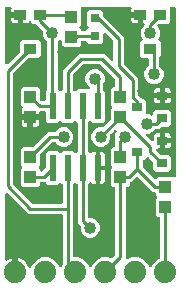
<source format=gbr>
G04 EAGLE Gerber RS-274X export*
G75*
%MOMM*%
%FSLAX34Y34*%
%LPD*%
%INTop Copper*%
%IPPOS*%
%AMOC8*
5,1,8,0,0,1.08239X$1,22.5*%
G01*
%ADD10R,0.609600X2.209800*%
%ADD11R,1.000000X1.100000*%
%ADD12R,1.000000X0.900000*%
%ADD13R,1.100000X0.900000*%
%ADD14R,0.800000X0.800000*%
%ADD15C,1.879600*%
%ADD16R,0.900000X0.800000*%
%ADD17C,1.016000*%
%ADD18C,0.254000*%

G36*
X51680Y70524D02*
X51680Y70524D01*
X51799Y70531D01*
X51837Y70544D01*
X51878Y70549D01*
X51988Y70592D01*
X52101Y70629D01*
X52136Y70651D01*
X52173Y70666D01*
X52269Y70735D01*
X52370Y70799D01*
X52398Y70829D01*
X52431Y70852D01*
X52507Y70944D01*
X52588Y71031D01*
X52608Y71066D01*
X52633Y71097D01*
X52684Y71205D01*
X52742Y71309D01*
X52752Y71349D01*
X52769Y71385D01*
X52791Y71502D01*
X52821Y71617D01*
X52825Y71677D01*
X52829Y71697D01*
X52827Y71718D01*
X52831Y71778D01*
X52831Y86222D01*
X52819Y86321D01*
X52816Y86420D01*
X52799Y86478D01*
X52791Y86538D01*
X52755Y86630D01*
X52727Y86725D01*
X52697Y86777D01*
X52674Y86834D01*
X52616Y86914D01*
X52566Y86999D01*
X52500Y87074D01*
X52488Y87091D01*
X52478Y87099D01*
X52460Y87120D01*
X51697Y87882D01*
X51603Y87955D01*
X51514Y88034D01*
X51478Y88052D01*
X51446Y88077D01*
X51337Y88124D01*
X51231Y88178D01*
X51192Y88187D01*
X51154Y88203D01*
X51037Y88222D01*
X50921Y88248D01*
X50880Y88247D01*
X50840Y88253D01*
X50722Y88242D01*
X50603Y88238D01*
X50564Y88227D01*
X50524Y88223D01*
X50412Y88183D01*
X50297Y88150D01*
X50262Y88129D01*
X50224Y88116D01*
X50126Y88049D01*
X50023Y87988D01*
X49978Y87949D01*
X49961Y87937D01*
X49948Y87922D01*
X49902Y87882D01*
X48761Y86740D01*
X40139Y86740D01*
X38470Y88410D01*
X38392Y88470D01*
X38320Y88538D01*
X38267Y88567D01*
X38219Y88604D01*
X38128Y88644D01*
X38041Y88692D01*
X37983Y88707D01*
X37927Y88731D01*
X37829Y88746D01*
X37733Y88771D01*
X37633Y88777D01*
X37613Y88781D01*
X37600Y88779D01*
X37572Y88781D01*
X34718Y88781D01*
X34600Y88766D01*
X34481Y88759D01*
X34443Y88746D01*
X34402Y88741D01*
X34292Y88698D01*
X34179Y88661D01*
X34144Y88639D01*
X34107Y88624D01*
X34011Y88555D01*
X33910Y88491D01*
X33882Y88461D01*
X33849Y88438D01*
X33773Y88346D01*
X33692Y88259D01*
X33672Y88224D01*
X33647Y88193D01*
X33596Y88085D01*
X33538Y87981D01*
X33528Y87941D01*
X33511Y87905D01*
X33489Y87788D01*
X33459Y87673D01*
X33455Y87613D01*
X33451Y87593D01*
X33453Y87572D01*
X33449Y87512D01*
X33449Y86337D01*
X31663Y84551D01*
X19137Y84551D01*
X17351Y86337D01*
X17351Y99863D01*
X18191Y100703D01*
X18264Y100797D01*
X18343Y100886D01*
X18361Y100922D01*
X18386Y100954D01*
X18433Y101063D01*
X18487Y101169D01*
X18496Y101208D01*
X18512Y101246D01*
X18531Y101363D01*
X18557Y101479D01*
X18556Y101520D01*
X18562Y101560D01*
X18551Y101678D01*
X18547Y101797D01*
X18536Y101836D01*
X18532Y101876D01*
X18492Y101988D01*
X18459Y102103D01*
X18438Y102138D01*
X18425Y102176D01*
X18358Y102274D01*
X18297Y102377D01*
X18258Y102422D01*
X18246Y102439D01*
X18231Y102452D01*
X18191Y102498D01*
X17351Y103337D01*
X17351Y116863D01*
X19137Y118649D01*
X27315Y118649D01*
X27414Y118661D01*
X27513Y118664D01*
X27571Y118681D01*
X27631Y118689D01*
X27723Y118725D01*
X27818Y118753D01*
X27870Y118783D01*
X27927Y118806D01*
X28007Y118864D01*
X28092Y118914D01*
X28167Y118980D01*
X28184Y118992D01*
X28192Y119002D01*
X28213Y119020D01*
X40511Y131319D01*
X46027Y131319D01*
X46125Y131331D01*
X46224Y131334D01*
X46283Y131351D01*
X46343Y131359D01*
X46435Y131395D01*
X46530Y131423D01*
X46582Y131453D01*
X46638Y131476D01*
X46718Y131534D01*
X46804Y131584D01*
X46879Y131650D01*
X46896Y131662D01*
X46904Y131672D01*
X46925Y131690D01*
X49125Y133891D01*
X52113Y135129D01*
X55347Y135129D01*
X58335Y133891D01*
X60621Y131605D01*
X61859Y128617D01*
X61859Y125383D01*
X60621Y122395D01*
X58335Y120109D01*
X55347Y118871D01*
X52113Y118871D01*
X49125Y120109D01*
X46925Y122310D01*
X46846Y122370D01*
X46774Y122438D01*
X46721Y122467D01*
X46673Y122504D01*
X46582Y122544D01*
X46496Y122592D01*
X46437Y122607D01*
X46382Y122631D01*
X46284Y122646D01*
X46188Y122671D01*
X46088Y122677D01*
X46067Y122681D01*
X46055Y122679D01*
X46027Y122681D01*
X44615Y122681D01*
X44516Y122669D01*
X44417Y122666D01*
X44359Y122649D01*
X44299Y122641D01*
X44207Y122605D01*
X44112Y122577D01*
X44060Y122547D01*
X44003Y122524D01*
X43923Y122466D01*
X43838Y122416D01*
X43763Y122350D01*
X43746Y122338D01*
X43738Y122328D01*
X43717Y122310D01*
X33820Y112413D01*
X33760Y112335D01*
X33692Y112262D01*
X33663Y112209D01*
X33626Y112162D01*
X33586Y112071D01*
X33538Y111984D01*
X33523Y111925D01*
X33499Y111870D01*
X33484Y111772D01*
X33459Y111676D01*
X33453Y111576D01*
X33449Y111556D01*
X33451Y111543D01*
X33449Y111515D01*
X33449Y103337D01*
X32609Y102498D01*
X32536Y102404D01*
X32457Y102314D01*
X32439Y102278D01*
X32414Y102246D01*
X32367Y102137D01*
X32313Y102031D01*
X32304Y101992D01*
X32288Y101954D01*
X32269Y101837D01*
X32243Y101721D01*
X32244Y101680D01*
X32238Y101640D01*
X32249Y101522D01*
X32253Y101403D01*
X32264Y101364D01*
X32268Y101324D01*
X32308Y101211D01*
X32341Y101097D01*
X32362Y101063D01*
X32375Y101024D01*
X32442Y100926D01*
X32503Y100823D01*
X32543Y100778D01*
X32554Y100761D01*
X32569Y100748D01*
X32609Y100703D01*
X33449Y99863D01*
X33449Y99009D01*
X33464Y98889D01*
X33471Y98773D01*
X33477Y98754D01*
X33479Y98732D01*
X33486Y98713D01*
X33489Y98693D01*
X33535Y98576D01*
X33569Y98470D01*
X33579Y98455D01*
X33587Y98433D01*
X33598Y98416D01*
X33606Y98397D01*
X33682Y98292D01*
X33739Y98202D01*
X33752Y98190D01*
X33765Y98170D01*
X33781Y98156D01*
X33792Y98140D01*
X33896Y98054D01*
X33971Y97984D01*
X33985Y97976D01*
X34004Y97959D01*
X34022Y97950D01*
X34037Y97937D01*
X34161Y97879D01*
X34249Y97830D01*
X34264Y97827D01*
X34287Y97815D01*
X34307Y97810D01*
X34325Y97802D01*
X34461Y97776D01*
X34462Y97775D01*
X34557Y97751D01*
X34577Y97750D01*
X34597Y97745D01*
X34618Y97746D01*
X34637Y97742D01*
X34668Y97744D01*
X34718Y97741D01*
X34719Y97741D01*
X34804Y97751D01*
X34915Y97755D01*
X34935Y97760D01*
X34955Y97762D01*
X34999Y97776D01*
X35035Y97780D01*
X35118Y97813D01*
X35221Y97843D01*
X35238Y97853D01*
X35257Y97860D01*
X35295Y97883D01*
X35331Y97898D01*
X35407Y97953D01*
X35495Y98005D01*
X35516Y98023D01*
X35526Y98030D01*
X35540Y98045D01*
X35572Y98073D01*
X35588Y98084D01*
X35595Y98093D01*
X35615Y98111D01*
X37982Y100477D01*
X38042Y100555D01*
X38110Y100627D01*
X38139Y100680D01*
X38176Y100728D01*
X38216Y100819D01*
X38264Y100906D01*
X38279Y100965D01*
X38303Y101020D01*
X38318Y101118D01*
X38343Y101214D01*
X38349Y101314D01*
X38353Y101334D01*
X38351Y101347D01*
X38353Y101375D01*
X38353Y113150D01*
X40139Y114936D01*
X48761Y114936D01*
X49902Y113794D01*
X49997Y113721D01*
X50086Y113642D01*
X50122Y113624D01*
X50154Y113599D01*
X50263Y113552D01*
X50369Y113498D01*
X50408Y113489D01*
X50446Y113473D01*
X50563Y113454D01*
X50679Y113428D01*
X50720Y113429D01*
X50760Y113423D01*
X50878Y113434D01*
X50997Y113438D01*
X51036Y113449D01*
X51076Y113453D01*
X51189Y113493D01*
X51303Y113526D01*
X51337Y113547D01*
X51376Y113560D01*
X51474Y113627D01*
X51577Y113688D01*
X51622Y113728D01*
X51639Y113739D01*
X51652Y113754D01*
X51697Y113794D01*
X52839Y114936D01*
X61461Y114936D01*
X62602Y113794D01*
X62697Y113721D01*
X62786Y113642D01*
X62822Y113624D01*
X62854Y113599D01*
X62963Y113552D01*
X63069Y113498D01*
X63108Y113489D01*
X63146Y113473D01*
X63263Y113454D01*
X63379Y113428D01*
X63420Y113429D01*
X63460Y113423D01*
X63578Y113434D01*
X63697Y113438D01*
X63736Y113449D01*
X63776Y113453D01*
X63888Y113493D01*
X64003Y113526D01*
X64038Y113547D01*
X64076Y113560D01*
X64174Y113627D01*
X64277Y113688D01*
X64322Y113727D01*
X64339Y113739D01*
X64352Y113754D01*
X64397Y113794D01*
X65159Y114556D01*
X65220Y114634D01*
X65288Y114706D01*
X65317Y114759D01*
X65354Y114807D01*
X65394Y114898D01*
X65442Y114985D01*
X65457Y115043D01*
X65481Y115099D01*
X65496Y115197D01*
X65521Y115293D01*
X65527Y115393D01*
X65531Y115413D01*
X65529Y115426D01*
X65531Y115454D01*
X65531Y138546D01*
X65519Y138645D01*
X65516Y138744D01*
X65499Y138802D01*
X65491Y138862D01*
X65455Y138954D01*
X65427Y139049D01*
X65397Y139101D01*
X65374Y139158D01*
X65316Y139238D01*
X65266Y139323D01*
X65200Y139399D01*
X65188Y139415D01*
X65178Y139423D01*
X65160Y139444D01*
X64398Y140206D01*
X64303Y140279D01*
X64214Y140358D01*
X64178Y140376D01*
X64146Y140401D01*
X64037Y140448D01*
X63931Y140502D01*
X63892Y140511D01*
X63854Y140527D01*
X63737Y140546D01*
X63621Y140572D01*
X63580Y140571D01*
X63540Y140577D01*
X63422Y140566D01*
X63303Y140562D01*
X63264Y140551D01*
X63224Y140547D01*
X63111Y140507D01*
X62997Y140474D01*
X62963Y140453D01*
X62924Y140440D01*
X62826Y140373D01*
X62723Y140312D01*
X62678Y140272D01*
X62661Y140261D01*
X62648Y140246D01*
X62603Y140206D01*
X61461Y139064D01*
X52839Y139064D01*
X51698Y140206D01*
X51603Y140279D01*
X51514Y140358D01*
X51478Y140376D01*
X51446Y140401D01*
X51337Y140448D01*
X51231Y140502D01*
X51192Y140511D01*
X51154Y140527D01*
X51037Y140546D01*
X50921Y140572D01*
X50880Y140571D01*
X50840Y140577D01*
X50722Y140566D01*
X50603Y140562D01*
X50564Y140551D01*
X50524Y140547D01*
X50411Y140507D01*
X50297Y140474D01*
X50263Y140453D01*
X50224Y140440D01*
X50126Y140373D01*
X50023Y140312D01*
X49978Y140272D01*
X49961Y140261D01*
X49948Y140246D01*
X49903Y140206D01*
X48761Y139064D01*
X40139Y139064D01*
X38353Y140850D01*
X38353Y147574D01*
X38338Y147692D01*
X38331Y147811D01*
X38318Y147849D01*
X38313Y147890D01*
X38270Y148000D01*
X38233Y148113D01*
X38211Y148148D01*
X38196Y148185D01*
X38127Y148281D01*
X38063Y148382D01*
X38033Y148410D01*
X38010Y148443D01*
X37918Y148519D01*
X37831Y148600D01*
X37796Y148620D01*
X37765Y148645D01*
X37657Y148696D01*
X37553Y148754D01*
X37513Y148764D01*
X37477Y148781D01*
X37360Y148803D01*
X37245Y148833D01*
X37185Y148837D01*
X37165Y148841D01*
X37144Y148839D01*
X37084Y148843D01*
X34210Y148843D01*
X34092Y148828D01*
X33973Y148821D01*
X33935Y148808D01*
X33894Y148803D01*
X33784Y148760D01*
X33671Y148723D01*
X33636Y148701D01*
X33599Y148686D01*
X33503Y148617D01*
X33402Y148553D01*
X33374Y148523D01*
X33341Y148500D01*
X33265Y148408D01*
X33184Y148321D01*
X33164Y148286D01*
X33139Y148255D01*
X33088Y148147D01*
X33030Y148043D01*
X33020Y148003D01*
X33003Y147967D01*
X32981Y147850D01*
X32951Y147735D01*
X32947Y147675D01*
X32943Y147655D01*
X32945Y147634D01*
X32941Y147574D01*
X32941Y146399D01*
X26630Y146399D01*
X26512Y146384D01*
X26393Y146377D01*
X26355Y146364D01*
X26315Y146359D01*
X26204Y146316D01*
X26091Y146279D01*
X26057Y146257D01*
X26019Y146242D01*
X25923Y146173D01*
X25822Y146109D01*
X25794Y146079D01*
X25762Y146056D01*
X25686Y145964D01*
X25604Y145877D01*
X25585Y145842D01*
X25559Y145811D01*
X25508Y145703D01*
X25451Y145599D01*
X25441Y145559D01*
X25423Y145523D01*
X25403Y145416D01*
X25399Y145446D01*
X25355Y145556D01*
X25319Y145669D01*
X25297Y145704D01*
X25282Y145741D01*
X25212Y145837D01*
X25149Y145938D01*
X25119Y145966D01*
X25095Y145999D01*
X25004Y146075D01*
X24917Y146156D01*
X24882Y146176D01*
X24850Y146201D01*
X24743Y146252D01*
X24638Y146310D01*
X24599Y146320D01*
X24563Y146337D01*
X24446Y146359D01*
X24330Y146389D01*
X24270Y146393D01*
X24250Y146397D01*
X24230Y146395D01*
X24170Y146399D01*
X17859Y146399D01*
X17859Y149734D01*
X18032Y150381D01*
X18367Y150960D01*
X18550Y151143D01*
X18623Y151237D01*
X18702Y151327D01*
X18720Y151363D01*
X18745Y151394D01*
X18792Y151504D01*
X18847Y151610D01*
X18855Y151649D01*
X18871Y151686D01*
X18890Y151804D01*
X18916Y151920D01*
X18915Y151961D01*
X18921Y152000D01*
X18910Y152119D01*
X18907Y152238D01*
X18895Y152277D01*
X18891Y152317D01*
X18851Y152429D01*
X18818Y152543D01*
X18798Y152578D01*
X18784Y152616D01*
X18717Y152715D01*
X18657Y152817D01*
X18617Y152863D01*
X18605Y152879D01*
X18590Y152893D01*
X18550Y152938D01*
X17351Y154137D01*
X17351Y167663D01*
X19137Y169449D01*
X31663Y169449D01*
X33449Y167663D01*
X33449Y159485D01*
X33461Y159386D01*
X33464Y159287D01*
X33481Y159229D01*
X33489Y159169D01*
X33525Y159077D01*
X33553Y158982D01*
X33583Y158930D01*
X33606Y158873D01*
X33664Y158793D01*
X33714Y158708D01*
X33780Y158633D01*
X33792Y158616D01*
X33802Y158608D01*
X33821Y158587D01*
X34555Y157852D01*
X34633Y157792D01*
X34706Y157724D01*
X34759Y157695D01*
X34806Y157658D01*
X34897Y157618D01*
X34984Y157570D01*
X35043Y157555D01*
X35098Y157531D01*
X35196Y157516D01*
X35292Y157491D01*
X35392Y157485D01*
X35412Y157481D01*
X35425Y157483D01*
X35453Y157481D01*
X37084Y157481D01*
X37202Y157496D01*
X37321Y157503D01*
X37359Y157516D01*
X37400Y157521D01*
X37510Y157564D01*
X37623Y157601D01*
X37658Y157623D01*
X37695Y157638D01*
X37791Y157707D01*
X37892Y157771D01*
X37920Y157801D01*
X37953Y157824D01*
X38029Y157916D01*
X38110Y158003D01*
X38130Y158038D01*
X38155Y158069D01*
X38206Y158177D01*
X38264Y158281D01*
X38274Y158321D01*
X38291Y158357D01*
X38313Y158474D01*
X38343Y158589D01*
X38347Y158649D01*
X38351Y158669D01*
X38349Y158690D01*
X38353Y158750D01*
X38353Y165474D01*
X39360Y166480D01*
X39420Y166558D01*
X39488Y166630D01*
X39517Y166683D01*
X39554Y166731D01*
X39594Y166822D01*
X39642Y166909D01*
X39657Y166968D01*
X39681Y167023D01*
X39696Y167121D01*
X39721Y167217D01*
X39727Y167317D01*
X39731Y167337D01*
X39729Y167349D01*
X39731Y167378D01*
X39731Y207027D01*
X39719Y207125D01*
X39716Y207224D01*
X39699Y207283D01*
X39691Y207343D01*
X39655Y207435D01*
X39627Y207530D01*
X39597Y207582D01*
X39574Y207638D01*
X39516Y207718D01*
X39466Y207804D01*
X39400Y207879D01*
X39388Y207896D01*
X39378Y207904D01*
X39360Y207925D01*
X37159Y210125D01*
X35921Y213113D01*
X35921Y216236D01*
X35909Y216334D01*
X35906Y216432D01*
X35889Y216491D01*
X35881Y216552D01*
X35845Y216643D01*
X35818Y216738D01*
X35787Y216790D01*
X35764Y216847D01*
X35707Y216927D01*
X35657Y217012D01*
X35589Y217088D01*
X35578Y217105D01*
X35568Y217112D01*
X35550Y217133D01*
X30842Y221851D01*
X30841Y221851D01*
X30213Y222480D01*
X30135Y222540D01*
X30063Y222608D01*
X30010Y222637D01*
X29962Y222674D01*
X29871Y222714D01*
X29784Y222762D01*
X29725Y222777D01*
X29670Y222801D01*
X29572Y222816D01*
X29476Y222841D01*
X29376Y222847D01*
X29356Y222851D01*
X29343Y222849D01*
X29315Y222851D01*
X27637Y222851D01*
X25914Y224575D01*
X25814Y224652D01*
X25719Y224734D01*
X25689Y224749D01*
X25662Y224770D01*
X25547Y224820D01*
X25434Y224876D01*
X25401Y224883D01*
X25370Y224896D01*
X25246Y224916D01*
X25123Y224942D01*
X25090Y224941D01*
X25056Y224946D01*
X24931Y224934D01*
X24806Y224929D01*
X24773Y224919D01*
X24740Y224916D01*
X24621Y224874D01*
X24501Y224837D01*
X24472Y224820D01*
X24440Y224809D01*
X24337Y224738D01*
X24229Y224673D01*
X24205Y224649D01*
X24177Y224630D01*
X24094Y224536D01*
X24006Y224446D01*
X23979Y224405D01*
X23967Y224392D01*
X23957Y224372D01*
X23940Y224347D01*
X23460Y223867D01*
X22881Y223532D01*
X22234Y223359D01*
X19149Y223359D01*
X19149Y229420D01*
X19134Y229538D01*
X19127Y229657D01*
X19114Y229695D01*
X19109Y229735D01*
X19066Y229846D01*
X19029Y229959D01*
X19007Y229993D01*
X18992Y230031D01*
X18923Y230127D01*
X18859Y230228D01*
X18829Y230256D01*
X18806Y230288D01*
X18714Y230364D01*
X18627Y230446D01*
X18592Y230465D01*
X18561Y230491D01*
X18453Y230542D01*
X18349Y230599D01*
X18309Y230609D01*
X18273Y230627D01*
X18156Y230649D01*
X18041Y230679D01*
X17981Y230683D01*
X17961Y230686D01*
X17940Y230685D01*
X17880Y230689D01*
X17189Y230689D01*
X17189Y231380D01*
X17174Y231498D01*
X17167Y231617D01*
X17154Y231655D01*
X17149Y231696D01*
X17105Y231806D01*
X17069Y231919D01*
X17047Y231954D01*
X17032Y231991D01*
X16962Y232087D01*
X16899Y232188D01*
X16869Y232216D01*
X16845Y232249D01*
X16754Y232325D01*
X16667Y232406D01*
X16632Y232426D01*
X16600Y232451D01*
X16493Y232502D01*
X16388Y232560D01*
X16349Y232570D01*
X16313Y232587D01*
X16196Y232609D01*
X16080Y232639D01*
X16020Y232643D01*
X16000Y232647D01*
X15980Y232645D01*
X15920Y232649D01*
X9359Y232649D01*
X9359Y235234D01*
X9467Y235637D01*
X9484Y235762D01*
X9508Y235886D01*
X9506Y235919D01*
X9510Y235953D01*
X9496Y236078D01*
X9488Y236203D01*
X9478Y236235D01*
X9474Y236268D01*
X9429Y236386D01*
X9390Y236505D01*
X9372Y236534D01*
X9360Y236565D01*
X9287Y236668D01*
X9220Y236774D01*
X9195Y236797D01*
X9176Y236825D01*
X9080Y236906D01*
X8988Y236992D01*
X8959Y237008D01*
X8933Y237030D01*
X8820Y237085D01*
X8710Y237146D01*
X8677Y237154D01*
X8647Y237169D01*
X8523Y237194D01*
X8402Y237225D01*
X8353Y237228D01*
X8335Y237232D01*
X8313Y237231D01*
X8241Y237235D01*
X5334Y237235D01*
X5216Y237220D01*
X5097Y237213D01*
X5059Y237200D01*
X5018Y237195D01*
X4908Y237152D01*
X4795Y237115D01*
X4760Y237093D01*
X4723Y237078D01*
X4627Y237009D01*
X4526Y236945D01*
X4498Y236915D01*
X4465Y236892D01*
X4389Y236800D01*
X4308Y236713D01*
X4288Y236678D01*
X4263Y236647D01*
X4212Y236539D01*
X4154Y236435D01*
X4144Y236395D01*
X4127Y236359D01*
X4105Y236242D01*
X4075Y236127D01*
X4071Y236067D01*
X4067Y236047D01*
X4069Y236026D01*
X4065Y235966D01*
X4065Y189767D01*
X4082Y189629D01*
X4095Y189490D01*
X4102Y189471D01*
X4105Y189451D01*
X4156Y189322D01*
X4203Y189191D01*
X4214Y189174D01*
X4222Y189155D01*
X4303Y189043D01*
X4381Y188928D01*
X4397Y188914D01*
X4408Y188898D01*
X4516Y188809D01*
X4620Y188717D01*
X4638Y188708D01*
X4653Y188695D01*
X4779Y188636D01*
X4903Y188573D01*
X4923Y188568D01*
X4941Y188560D01*
X5077Y188534D01*
X5213Y188503D01*
X5234Y188504D01*
X5253Y188500D01*
X5392Y188509D01*
X5531Y188513D01*
X5551Y188518D01*
X5571Y188520D01*
X5703Y188562D01*
X5837Y188601D01*
X5854Y188611D01*
X5873Y188618D01*
X5991Y188692D01*
X6111Y188763D01*
X6132Y188781D01*
X6142Y188788D01*
X6156Y188803D01*
X6231Y188869D01*
X16480Y199117D01*
X16540Y199195D01*
X16608Y199267D01*
X16637Y199320D01*
X16674Y199368D01*
X16714Y199459D01*
X16762Y199546D01*
X16777Y199605D01*
X16801Y199660D01*
X16816Y199758D01*
X16841Y199854D01*
X16847Y199954D01*
X16851Y199974D01*
X16849Y199987D01*
X16851Y200015D01*
X16851Y207163D01*
X18637Y208949D01*
X32163Y208949D01*
X33949Y207163D01*
X33949Y195637D01*
X32163Y193851D01*
X23955Y193851D01*
X23856Y193839D01*
X23757Y193836D01*
X23699Y193819D01*
X23639Y193811D01*
X23547Y193775D01*
X23452Y193747D01*
X23400Y193717D01*
X23343Y193694D01*
X23263Y193636D01*
X23178Y193586D01*
X23103Y193520D01*
X23086Y193508D01*
X23078Y193498D01*
X23057Y193480D01*
X11040Y181463D01*
X10980Y181385D01*
X10912Y181312D01*
X10883Y181259D01*
X10846Y181212D01*
X10806Y181121D01*
X10758Y181034D01*
X10743Y180975D01*
X10719Y180920D01*
X10704Y180822D01*
X10679Y180726D01*
X10673Y180626D01*
X10669Y180606D01*
X10671Y180593D01*
X10669Y180565D01*
X10669Y87555D01*
X10681Y87456D01*
X10684Y87357D01*
X10701Y87299D01*
X10709Y87239D01*
X10745Y87147D01*
X10773Y87052D01*
X10803Y87000D01*
X10826Y86943D01*
X10884Y86863D01*
X10934Y86778D01*
X11000Y86703D01*
X11012Y86686D01*
X11022Y86678D01*
X11040Y86657D01*
X26817Y70880D01*
X26895Y70820D01*
X26968Y70752D01*
X27021Y70723D01*
X27068Y70686D01*
X27159Y70646D01*
X27246Y70598D01*
X27305Y70583D01*
X27360Y70559D01*
X27458Y70544D01*
X27554Y70519D01*
X27654Y70513D01*
X27674Y70509D01*
X27687Y70511D01*
X27715Y70509D01*
X51562Y70509D01*
X51680Y70524D01*
G37*
G36*
X131176Y91447D02*
X131176Y91447D01*
X131295Y91451D01*
X131334Y91462D01*
X131374Y91466D01*
X131487Y91506D01*
X131601Y91539D01*
X131636Y91560D01*
X131674Y91573D01*
X131772Y91640D01*
X131875Y91701D01*
X131920Y91740D01*
X131937Y91752D01*
X131950Y91767D01*
X131996Y91807D01*
X133437Y93249D01*
X145963Y93249D01*
X146168Y93043D01*
X146278Y92958D01*
X146385Y92869D01*
X146404Y92861D01*
X146420Y92848D01*
X146548Y92793D01*
X146673Y92734D01*
X146693Y92730D01*
X146712Y92722D01*
X146850Y92700D01*
X146986Y92674D01*
X147006Y92675D01*
X147026Y92672D01*
X147165Y92685D01*
X147303Y92694D01*
X147322Y92700D01*
X147342Y92702D01*
X147473Y92749D01*
X147605Y92792D01*
X147623Y92802D01*
X147642Y92809D01*
X147756Y92887D01*
X147874Y92962D01*
X147888Y92977D01*
X147905Y92988D01*
X147997Y93092D01*
X148092Y93193D01*
X148102Y93211D01*
X148115Y93226D01*
X148178Y93350D01*
X148246Y93472D01*
X148251Y93491D01*
X148260Y93510D01*
X148290Y93646D01*
X148325Y93780D01*
X148327Y93808D01*
X148330Y93820D01*
X148329Y93840D01*
X148335Y93941D01*
X148335Y235966D01*
X148320Y236084D01*
X148313Y236203D01*
X148300Y236241D01*
X148295Y236282D01*
X148252Y236392D01*
X148215Y236505D01*
X148193Y236540D01*
X148178Y236577D01*
X148109Y236673D01*
X148045Y236774D01*
X148015Y236802D01*
X147992Y236835D01*
X147900Y236911D01*
X147813Y236992D01*
X147778Y237012D01*
X147747Y237037D01*
X147639Y237088D01*
X147535Y237146D01*
X147495Y237156D01*
X147459Y237173D01*
X147342Y237195D01*
X147227Y237225D01*
X147167Y237229D01*
X147147Y237233D01*
X147126Y237231D01*
X147066Y237235D01*
X144818Y237235D01*
X144700Y237220D01*
X144581Y237213D01*
X144543Y237200D01*
X144502Y237195D01*
X144392Y237152D01*
X144279Y237115D01*
X144244Y237093D01*
X144207Y237078D01*
X144111Y237009D01*
X144010Y236945D01*
X143982Y236915D01*
X143949Y236892D01*
X143873Y236800D01*
X143792Y236713D01*
X143772Y236678D01*
X143747Y236647D01*
X143696Y236539D01*
X143638Y236435D01*
X143628Y236395D01*
X143611Y236359D01*
X143589Y236242D01*
X143559Y236127D01*
X143555Y236067D01*
X143551Y236047D01*
X143553Y236026D01*
X143549Y235966D01*
X143549Y224637D01*
X141763Y222851D01*
X134585Y222851D01*
X134486Y222839D01*
X134387Y222836D01*
X134329Y222819D01*
X134269Y222811D01*
X134177Y222775D01*
X134082Y222747D01*
X134030Y222717D01*
X133973Y222694D01*
X133893Y222636D01*
X133808Y222586D01*
X133733Y222520D01*
X133716Y222508D01*
X133708Y222498D01*
X133687Y222480D01*
X133249Y222042D01*
X133176Y221947D01*
X133097Y221858D01*
X133079Y221822D01*
X133054Y221790D01*
X133007Y221681D01*
X132953Y221575D01*
X132944Y221536D01*
X132928Y221498D01*
X132909Y221381D01*
X132883Y221265D01*
X132884Y221224D01*
X132878Y221184D01*
X132889Y221066D01*
X132893Y220947D01*
X132904Y220908D01*
X132908Y220868D01*
X132948Y220756D01*
X132981Y220641D01*
X133002Y220607D01*
X133015Y220568D01*
X133082Y220470D01*
X133143Y220367D01*
X133183Y220322D01*
X133194Y220305D01*
X133209Y220292D01*
X133249Y220247D01*
X133891Y219605D01*
X135129Y216617D01*
X135129Y213383D01*
X133871Y210347D01*
X133849Y210322D01*
X133831Y210286D01*
X133806Y210254D01*
X133759Y210145D01*
X133705Y210039D01*
X133696Y210000D01*
X133680Y209963D01*
X133661Y209845D01*
X133635Y209729D01*
X133636Y209688D01*
X133630Y209648D01*
X133641Y209530D01*
X133645Y209411D01*
X133656Y209372D01*
X133660Y209332D01*
X133700Y209220D01*
X133733Y209105D01*
X133754Y209071D01*
X133767Y209033D01*
X133834Y208934D01*
X133895Y208831D01*
X133934Y208786D01*
X133946Y208769D01*
X133961Y208756D01*
X134001Y208710D01*
X135549Y207163D01*
X135549Y195637D01*
X134690Y194779D01*
X134630Y194701D01*
X134562Y194629D01*
X134533Y194576D01*
X134496Y194528D01*
X134456Y194437D01*
X134408Y194350D01*
X134393Y194291D01*
X134369Y194236D01*
X134354Y194138D01*
X134329Y194042D01*
X134323Y193942D01*
X134319Y193922D01*
X134321Y193909D01*
X134319Y193881D01*
X134319Y187703D01*
X134331Y187605D01*
X134334Y187506D01*
X134351Y187447D01*
X134359Y187387D01*
X134395Y187295D01*
X134423Y187200D01*
X134453Y187148D01*
X134476Y187092D01*
X134534Y187011D01*
X134584Y186926D01*
X134650Y186851D01*
X134662Y186834D01*
X134672Y186826D01*
X134690Y186805D01*
X136891Y184605D01*
X138129Y181617D01*
X138129Y178383D01*
X136891Y175395D01*
X134605Y173109D01*
X131617Y171871D01*
X128383Y171871D01*
X125395Y173109D01*
X123109Y175395D01*
X121871Y178383D01*
X121871Y181617D01*
X123109Y184605D01*
X125310Y186805D01*
X125370Y186884D01*
X125438Y186956D01*
X125467Y187009D01*
X125504Y187057D01*
X125544Y187148D01*
X125592Y187234D01*
X125607Y187293D01*
X125631Y187348D01*
X125646Y187446D01*
X125671Y187542D01*
X125677Y187642D01*
X125681Y187662D01*
X125679Y187675D01*
X125681Y187703D01*
X125681Y192582D01*
X125666Y192700D01*
X125659Y192819D01*
X125646Y192857D01*
X125641Y192898D01*
X125598Y193008D01*
X125561Y193121D01*
X125539Y193156D01*
X125524Y193193D01*
X125455Y193289D01*
X125391Y193390D01*
X125361Y193418D01*
X125338Y193451D01*
X125246Y193527D01*
X125159Y193608D01*
X125124Y193628D01*
X125093Y193653D01*
X124985Y193704D01*
X124881Y193762D01*
X124841Y193772D01*
X124805Y193789D01*
X124688Y193811D01*
X124573Y193841D01*
X124513Y193845D01*
X124493Y193849D01*
X124472Y193847D01*
X124412Y193851D01*
X120237Y193851D01*
X118451Y195637D01*
X118451Y207163D01*
X119999Y208710D01*
X120072Y208805D01*
X120151Y208894D01*
X120169Y208930D01*
X120194Y208962D01*
X120241Y209071D01*
X120295Y209177D01*
X120304Y209216D01*
X120320Y209254D01*
X120339Y209371D01*
X120365Y209488D01*
X120364Y209528D01*
X120370Y209568D01*
X120359Y209687D01*
X120355Y209805D01*
X120344Y209844D01*
X120340Y209884D01*
X120300Y209996D01*
X120267Y210111D01*
X120246Y210146D01*
X120233Y210184D01*
X120166Y210282D01*
X120132Y210339D01*
X118871Y213383D01*
X118871Y216617D01*
X120109Y219605D01*
X121697Y221193D01*
X121782Y221302D01*
X121871Y221409D01*
X121879Y221428D01*
X121892Y221444D01*
X121947Y221572D01*
X122006Y221697D01*
X122010Y221717D01*
X122018Y221736D01*
X122040Y221874D01*
X122066Y222010D01*
X122065Y222030D01*
X122068Y222050D01*
X122055Y222189D01*
X122046Y222327D01*
X122040Y222346D01*
X122038Y222366D01*
X121991Y222498D01*
X121948Y222629D01*
X121937Y222647D01*
X121930Y222666D01*
X121852Y222781D01*
X121778Y222898D01*
X121763Y222912D01*
X121752Y222929D01*
X121648Y223021D01*
X121546Y223116D01*
X121529Y223126D01*
X121513Y223139D01*
X121389Y223203D01*
X121268Y223270D01*
X121248Y223275D01*
X121230Y223284D01*
X121094Y223314D01*
X120960Y223349D01*
X120932Y223351D01*
X120920Y223354D01*
X120899Y223353D01*
X120799Y223359D01*
X120749Y223359D01*
X120749Y229420D01*
X120734Y229538D01*
X120727Y229657D01*
X120714Y229695D01*
X120709Y229735D01*
X120666Y229846D01*
X120629Y229959D01*
X120607Y229993D01*
X120592Y230031D01*
X120523Y230127D01*
X120459Y230228D01*
X120429Y230256D01*
X120406Y230288D01*
X120314Y230364D01*
X120227Y230446D01*
X120192Y230465D01*
X120161Y230491D01*
X120053Y230542D01*
X119949Y230599D01*
X119909Y230609D01*
X119873Y230627D01*
X119756Y230649D01*
X119641Y230679D01*
X119581Y230683D01*
X119561Y230686D01*
X119540Y230685D01*
X119480Y230689D01*
X118789Y230689D01*
X118789Y231380D01*
X118774Y231498D01*
X118767Y231617D01*
X118754Y231655D01*
X118749Y231696D01*
X118705Y231806D01*
X118669Y231919D01*
X118647Y231954D01*
X118632Y231991D01*
X118562Y232087D01*
X118499Y232188D01*
X118469Y232216D01*
X118445Y232249D01*
X118354Y232325D01*
X118267Y232406D01*
X118232Y232426D01*
X118200Y232451D01*
X118093Y232502D01*
X117988Y232560D01*
X117949Y232570D01*
X117913Y232587D01*
X117796Y232609D01*
X117680Y232639D01*
X117620Y232643D01*
X117600Y232647D01*
X117580Y232645D01*
X117520Y232649D01*
X110959Y232649D01*
X110959Y235234D01*
X111067Y235637D01*
X111084Y235762D01*
X111108Y235886D01*
X111106Y235919D01*
X111110Y235953D01*
X111096Y236078D01*
X111088Y236203D01*
X111078Y236235D01*
X111074Y236268D01*
X111029Y236386D01*
X110990Y236505D01*
X110972Y236534D01*
X110960Y236565D01*
X110887Y236668D01*
X110820Y236774D01*
X110795Y236797D01*
X110776Y236825D01*
X110680Y236906D01*
X110588Y236992D01*
X110559Y237008D01*
X110533Y237030D01*
X110420Y237085D01*
X110310Y237146D01*
X110277Y237154D01*
X110247Y237169D01*
X110123Y237194D01*
X110002Y237225D01*
X109953Y237228D01*
X109935Y237232D01*
X109913Y237231D01*
X109841Y237235D01*
X69141Y237235D01*
X69003Y237218D01*
X68864Y237205D01*
X68845Y237198D01*
X68825Y237195D01*
X68696Y237144D01*
X68565Y237097D01*
X68548Y237086D01*
X68529Y237078D01*
X68417Y236997D01*
X68302Y236919D01*
X68288Y236903D01*
X68272Y236892D01*
X68183Y236784D01*
X68091Y236680D01*
X68082Y236662D01*
X68069Y236647D01*
X68010Y236521D01*
X67947Y236397D01*
X67942Y236377D01*
X67934Y236359D01*
X67907Y236222D01*
X67877Y236087D01*
X67878Y236066D01*
X67874Y236047D01*
X67882Y235908D01*
X67887Y235769D01*
X67892Y235749D01*
X67894Y235729D01*
X67936Y235597D01*
X67975Y235463D01*
X67985Y235446D01*
X67992Y235427D01*
X68049Y235336D01*
X68049Y221737D01*
X67209Y220897D01*
X67136Y220803D01*
X67057Y220714D01*
X67039Y220678D01*
X67014Y220646D01*
X66967Y220537D01*
X66913Y220431D01*
X66904Y220392D01*
X66888Y220354D01*
X66869Y220237D01*
X66843Y220121D01*
X66844Y220080D01*
X66838Y220040D01*
X66849Y219922D01*
X66853Y219803D01*
X66864Y219764D01*
X66868Y219724D01*
X66908Y219612D01*
X66941Y219497D01*
X66962Y219462D01*
X66975Y219424D01*
X67042Y219326D01*
X67103Y219223D01*
X67142Y219178D01*
X67154Y219161D01*
X67169Y219148D01*
X67209Y219102D01*
X68049Y218263D01*
X68049Y218088D01*
X68064Y217970D01*
X68071Y217851D01*
X68084Y217813D01*
X68089Y217772D01*
X68132Y217662D01*
X68169Y217549D01*
X68191Y217514D01*
X68206Y217477D01*
X68275Y217381D01*
X68339Y217280D01*
X68369Y217252D01*
X68392Y217219D01*
X68484Y217143D01*
X68571Y217062D01*
X68606Y217042D01*
X68637Y217017D01*
X68745Y216966D01*
X68849Y216908D01*
X68889Y216898D01*
X68925Y216881D01*
X69042Y216859D01*
X69157Y216829D01*
X69217Y216825D01*
X69237Y216821D01*
X69258Y216823D01*
X69318Y216819D01*
X71682Y216819D01*
X71800Y216834D01*
X71919Y216841D01*
X71957Y216854D01*
X71998Y216859D01*
X72108Y216902D01*
X72221Y216939D01*
X72256Y216961D01*
X72293Y216976D01*
X72389Y217045D01*
X72490Y217109D01*
X72518Y217139D01*
X72551Y217162D01*
X72627Y217254D01*
X72708Y217341D01*
X72728Y217376D01*
X72753Y217407D01*
X72804Y217515D01*
X72862Y217619D01*
X72872Y217659D01*
X72889Y217695D01*
X72890Y217702D01*
X74291Y219102D01*
X74364Y219197D01*
X74443Y219286D01*
X74461Y219322D01*
X74486Y219354D01*
X74533Y219463D01*
X74587Y219569D01*
X74596Y219608D01*
X74612Y219646D01*
X74631Y219763D01*
X74657Y219879D01*
X74656Y219920D01*
X74662Y219960D01*
X74651Y220078D01*
X74647Y220197D01*
X74636Y220236D01*
X74632Y220276D01*
X74592Y220388D01*
X74559Y220503D01*
X74538Y220537D01*
X74525Y220576D01*
X74458Y220674D01*
X74397Y220777D01*
X74357Y220822D01*
X74346Y220839D01*
X74331Y220852D01*
X74291Y220897D01*
X72951Y222237D01*
X72951Y232763D01*
X74737Y234549D01*
X85263Y234549D01*
X87049Y232763D01*
X87049Y229585D01*
X87061Y229486D01*
X87064Y229387D01*
X87081Y229329D01*
X87089Y229269D01*
X87125Y229177D01*
X87153Y229082D01*
X87183Y229030D01*
X87206Y228973D01*
X87264Y228893D01*
X87314Y228808D01*
X87380Y228733D01*
X87392Y228716D01*
X87402Y228708D01*
X87420Y228687D01*
X104319Y211789D01*
X104319Y189215D01*
X104331Y189116D01*
X104334Y189017D01*
X104351Y188959D01*
X104359Y188899D01*
X104395Y188807D01*
X104423Y188712D01*
X104453Y188660D01*
X104476Y188603D01*
X104534Y188523D01*
X104584Y188438D01*
X104650Y188363D01*
X104662Y188346D01*
X104672Y188338D01*
X104690Y188317D01*
X116319Y176689D01*
X116319Y163315D01*
X116331Y163216D01*
X116334Y163117D01*
X116351Y163059D01*
X116359Y162999D01*
X116395Y162907D01*
X116423Y162812D01*
X116453Y162760D01*
X116476Y162703D01*
X116534Y162623D01*
X116584Y162538D01*
X116650Y162463D01*
X116662Y162446D01*
X116672Y162438D01*
X116690Y162417D01*
X119287Y159820D01*
X119365Y159760D01*
X119438Y159692D01*
X119491Y159663D01*
X119538Y159626D01*
X119629Y159586D01*
X119716Y159538D01*
X119775Y159523D01*
X119830Y159499D01*
X119928Y159484D01*
X120024Y159459D01*
X120124Y159453D01*
X120144Y159449D01*
X120157Y159451D01*
X120185Y159449D01*
X121763Y159449D01*
X123549Y157663D01*
X123549Y147398D01*
X123564Y147280D01*
X123571Y147161D01*
X123584Y147123D01*
X123589Y147082D01*
X123632Y146972D01*
X123669Y146859D01*
X123691Y146824D01*
X123706Y146787D01*
X123775Y146691D01*
X123839Y146590D01*
X123869Y146562D01*
X123892Y146529D01*
X123984Y146453D01*
X124071Y146372D01*
X124106Y146352D01*
X124137Y146327D01*
X124245Y146276D01*
X124349Y146218D01*
X124389Y146208D01*
X124425Y146191D01*
X124542Y146169D01*
X124657Y146139D01*
X124717Y146135D01*
X124737Y146131D01*
X124758Y146133D01*
X124818Y146129D01*
X125617Y146129D01*
X127696Y145267D01*
X127744Y145254D01*
X127789Y145233D01*
X127897Y145213D01*
X128003Y145183D01*
X128053Y145183D01*
X128102Y145173D01*
X128211Y145180D01*
X128321Y145178D01*
X128369Y145190D01*
X128419Y145193D01*
X128523Y145227D01*
X128630Y145253D01*
X128674Y145276D01*
X128721Y145291D01*
X128814Y145350D01*
X128911Y145401D01*
X128948Y145435D01*
X128990Y145461D01*
X129065Y145541D01*
X129147Y145615D01*
X129174Y145657D01*
X129208Y145693D01*
X129261Y145789D01*
X129321Y145881D01*
X129338Y145928D01*
X129362Y145971D01*
X129389Y146078D01*
X129425Y146182D01*
X129429Y146231D01*
X129441Y146279D01*
X129451Y146440D01*
X129451Y148163D01*
X131237Y149949D01*
X142763Y149949D01*
X144549Y148163D01*
X144549Y137637D01*
X142763Y135851D01*
X136585Y135851D01*
X136486Y135839D01*
X136387Y135836D01*
X136329Y135819D01*
X136269Y135811D01*
X136177Y135775D01*
X136082Y135747D01*
X136030Y135717D01*
X135973Y135694D01*
X135893Y135636D01*
X135808Y135586D01*
X135733Y135520D01*
X135716Y135508D01*
X135708Y135498D01*
X135687Y135480D01*
X133889Y133681D01*
X131703Y133681D01*
X131605Y133669D01*
X131506Y133666D01*
X131447Y133649D01*
X131387Y133641D01*
X131295Y133605D01*
X131200Y133577D01*
X131148Y133547D01*
X131092Y133524D01*
X131012Y133466D01*
X130926Y133416D01*
X130851Y133350D01*
X130834Y133338D01*
X130826Y133328D01*
X130805Y133310D01*
X128605Y131109D01*
X125617Y129871D01*
X124801Y129871D01*
X124663Y129854D01*
X124524Y129841D01*
X124505Y129834D01*
X124485Y129831D01*
X124356Y129780D01*
X124225Y129733D01*
X124208Y129722D01*
X124189Y129714D01*
X124077Y129633D01*
X123962Y129555D01*
X123948Y129539D01*
X123932Y129528D01*
X123843Y129420D01*
X123751Y129316D01*
X123742Y129298D01*
X123729Y129283D01*
X123670Y129157D01*
X123607Y129033D01*
X123602Y129013D01*
X123594Y128995D01*
X123568Y128859D01*
X123537Y128723D01*
X123538Y128702D01*
X123534Y128683D01*
X123543Y128544D01*
X123547Y128405D01*
X123552Y128385D01*
X123554Y128365D01*
X123596Y128233D01*
X123635Y128099D01*
X123645Y128082D01*
X123652Y128063D01*
X123726Y127945D01*
X123797Y127825D01*
X123815Y127804D01*
X123822Y127794D01*
X123837Y127780D01*
X123903Y127705D01*
X127793Y123815D01*
X127902Y123730D01*
X128009Y123641D01*
X128028Y123633D01*
X128044Y123620D01*
X128172Y123565D01*
X128297Y123506D01*
X128317Y123502D01*
X128336Y123494D01*
X128474Y123472D01*
X128610Y123446D01*
X128630Y123447D01*
X128650Y123444D01*
X128789Y123457D01*
X128927Y123466D01*
X128946Y123472D01*
X128966Y123474D01*
X129098Y123521D01*
X129229Y123564D01*
X129247Y123574D01*
X129266Y123581D01*
X129381Y123659D01*
X129498Y123734D01*
X129512Y123749D01*
X129529Y123760D01*
X129621Y123864D01*
X129716Y123965D01*
X129726Y123983D01*
X129739Y123998D01*
X129803Y124122D01*
X129870Y124244D01*
X129875Y124264D01*
X129884Y124282D01*
X129914Y124417D01*
X129949Y124552D01*
X129951Y124580D01*
X129954Y124592D01*
X129953Y124612D01*
X129959Y124713D01*
X129959Y128134D01*
X130132Y128781D01*
X130467Y129360D01*
X130940Y129833D01*
X131519Y130168D01*
X132166Y130341D01*
X135001Y130341D01*
X135001Y124530D01*
X135016Y124412D01*
X135023Y124293D01*
X135035Y124255D01*
X135041Y124215D01*
X135084Y124104D01*
X135121Y123991D01*
X135143Y123957D01*
X135158Y123919D01*
X135227Y123823D01*
X135238Y123806D01*
X135224Y123782D01*
X135199Y123750D01*
X135148Y123643D01*
X135090Y123538D01*
X135080Y123499D01*
X135063Y123463D01*
X135041Y123346D01*
X135011Y123230D01*
X135007Y123170D01*
X135003Y123150D01*
X135005Y123130D01*
X135001Y123070D01*
X135001Y117259D01*
X133213Y117259D01*
X133075Y117242D01*
X132936Y117229D01*
X132917Y117222D01*
X132897Y117219D01*
X132768Y117168D01*
X132637Y117121D01*
X132620Y117110D01*
X132601Y117102D01*
X132489Y117021D01*
X132374Y116943D01*
X132360Y116927D01*
X132344Y116916D01*
X132255Y116808D01*
X132163Y116704D01*
X132154Y116686D01*
X132141Y116671D01*
X132082Y116545D01*
X132019Y116421D01*
X132014Y116401D01*
X132006Y116383D01*
X131980Y116247D01*
X131949Y116111D01*
X131950Y116090D01*
X131946Y116071D01*
X131955Y115932D01*
X131959Y115793D01*
X131964Y115773D01*
X131966Y115753D01*
X132008Y115621D01*
X132047Y115487D01*
X132057Y115470D01*
X132064Y115451D01*
X132138Y115333D01*
X132209Y115213D01*
X132227Y115192D01*
X132234Y115182D01*
X132249Y115168D01*
X132315Y115093D01*
X135187Y112220D01*
X135265Y112160D01*
X135337Y112092D01*
X135390Y112063D01*
X135438Y112026D01*
X135529Y111986D01*
X135616Y111938D01*
X135675Y111923D01*
X135730Y111899D01*
X135828Y111884D01*
X135924Y111859D01*
X136024Y111853D01*
X136044Y111849D01*
X136057Y111851D01*
X136085Y111849D01*
X142763Y111849D01*
X144549Y110063D01*
X144549Y99537D01*
X142763Y97751D01*
X131237Y97751D01*
X129451Y99537D01*
X129451Y105215D01*
X129439Y105314D01*
X129436Y105413D01*
X129419Y105471D01*
X129411Y105531D01*
X129375Y105623D01*
X129347Y105718D01*
X129317Y105770D01*
X129294Y105827D01*
X129236Y105907D01*
X129186Y105992D01*
X129120Y106067D01*
X129108Y106084D01*
X129098Y106092D01*
X129080Y106113D01*
X125715Y109477D01*
X125606Y109562D01*
X125499Y109651D01*
X125480Y109659D01*
X125464Y109672D01*
X125336Y109727D01*
X125211Y109786D01*
X125191Y109790D01*
X125172Y109798D01*
X125034Y109820D01*
X124898Y109846D01*
X124878Y109845D01*
X124858Y109848D01*
X124719Y109835D01*
X124581Y109826D01*
X124562Y109820D01*
X124542Y109818D01*
X124410Y109771D01*
X124279Y109728D01*
X124261Y109718D01*
X124242Y109711D01*
X124127Y109633D01*
X124010Y109558D01*
X123996Y109543D01*
X123979Y109532D01*
X123887Y109428D01*
X123792Y109327D01*
X123782Y109309D01*
X123769Y109294D01*
X123731Y109219D01*
X121763Y107251D01*
X121588Y107251D01*
X121470Y107236D01*
X121351Y107229D01*
X121313Y107216D01*
X121272Y107211D01*
X121162Y107168D01*
X121049Y107131D01*
X121014Y107109D01*
X120977Y107094D01*
X120881Y107025D01*
X120780Y106961D01*
X120752Y106931D01*
X120719Y106908D01*
X120643Y106816D01*
X120562Y106729D01*
X120542Y106694D01*
X120517Y106663D01*
X120466Y106555D01*
X120408Y106451D01*
X120398Y106411D01*
X120381Y106375D01*
X120359Y106258D01*
X120329Y106143D01*
X120325Y106083D01*
X120321Y106063D01*
X120323Y106042D01*
X120319Y105982D01*
X120319Y102215D01*
X120331Y102116D01*
X120334Y102017D01*
X120351Y101959D01*
X120359Y101899D01*
X120395Y101807D01*
X120423Y101712D01*
X120453Y101660D01*
X120476Y101603D01*
X120534Y101523D01*
X120584Y101438D01*
X120650Y101363D01*
X120662Y101346D01*
X120672Y101338D01*
X120690Y101317D01*
X130201Y91807D01*
X130295Y91734D01*
X130384Y91655D01*
X130420Y91637D01*
X130452Y91612D01*
X130561Y91565D01*
X130667Y91511D01*
X130706Y91502D01*
X130744Y91486D01*
X130862Y91467D01*
X130977Y91441D01*
X131018Y91442D01*
X131058Y91436D01*
X131176Y91447D01*
G37*
G36*
X76279Y16617D02*
X76279Y16617D01*
X76299Y16616D01*
X76435Y16644D01*
X76572Y16668D01*
X76591Y16676D01*
X76610Y16680D01*
X76735Y16741D01*
X76862Y16798D01*
X76878Y16811D01*
X76896Y16820D01*
X77002Y16910D01*
X77110Y16997D01*
X77123Y17013D01*
X77138Y17026D01*
X77218Y17140D01*
X77302Y17251D01*
X77314Y17276D01*
X77321Y17286D01*
X77328Y17305D01*
X77373Y17395D01*
X78348Y19750D01*
X81850Y23252D01*
X86424Y25147D01*
X91376Y25147D01*
X93324Y24340D01*
X93353Y24332D01*
X93379Y24319D01*
X93505Y24290D01*
X93631Y24256D01*
X93660Y24255D01*
X93689Y24249D01*
X93819Y24253D01*
X93949Y24251D01*
X93977Y24258D01*
X94007Y24259D01*
X94132Y24295D01*
X94258Y24325D01*
X94284Y24339D01*
X94312Y24347D01*
X94424Y24413D01*
X94539Y24474D01*
X94561Y24494D01*
X94586Y24508D01*
X94707Y24615D01*
X96910Y26817D01*
X96970Y26895D01*
X97038Y26968D01*
X97067Y27021D01*
X97104Y27068D01*
X97144Y27159D01*
X97192Y27246D01*
X97207Y27305D01*
X97231Y27360D01*
X97246Y27458D01*
X97271Y27554D01*
X97277Y27654D01*
X97281Y27674D01*
X97279Y27687D01*
X97281Y27715D01*
X97281Y83282D01*
X97266Y83400D01*
X97259Y83519D01*
X97246Y83557D01*
X97241Y83598D01*
X97198Y83708D01*
X97161Y83821D01*
X97139Y83856D01*
X97124Y83893D01*
X97055Y83989D01*
X96991Y84090D01*
X96961Y84118D01*
X96938Y84151D01*
X96846Y84227D01*
X96759Y84308D01*
X96724Y84328D01*
X96693Y84353D01*
X96585Y84404D01*
X96481Y84462D01*
X96441Y84472D01*
X96405Y84489D01*
X96288Y84511D01*
X96173Y84541D01*
X96113Y84545D01*
X96093Y84549D01*
X96072Y84547D01*
X96012Y84551D01*
X95337Y84551D01*
X93551Y86337D01*
X93551Y99863D01*
X94391Y100702D01*
X94464Y100796D01*
X94543Y100886D01*
X94561Y100922D01*
X94586Y100954D01*
X94633Y101063D01*
X94687Y101169D01*
X94696Y101208D01*
X94712Y101246D01*
X94731Y101363D01*
X94757Y101479D01*
X94756Y101520D01*
X94762Y101560D01*
X94751Y101678D01*
X94747Y101797D01*
X94736Y101836D01*
X94732Y101876D01*
X94692Y101989D01*
X94659Y102103D01*
X94638Y102137D01*
X94625Y102176D01*
X94558Y102274D01*
X94497Y102377D01*
X94457Y102422D01*
X94446Y102439D01*
X94431Y102452D01*
X94391Y102497D01*
X93551Y103337D01*
X93551Y116863D01*
X95337Y118649D01*
X96012Y118649D01*
X96130Y118664D01*
X96249Y118671D01*
X96287Y118684D01*
X96328Y118689D01*
X96438Y118732D01*
X96551Y118769D01*
X96586Y118791D01*
X96623Y118806D01*
X96719Y118875D01*
X96820Y118939D01*
X96848Y118969D01*
X96881Y118992D01*
X96957Y119084D01*
X97038Y119171D01*
X97058Y119206D01*
X97083Y119237D01*
X97134Y119345D01*
X97192Y119449D01*
X97202Y119489D01*
X97219Y119525D01*
X97241Y119642D01*
X97271Y119757D01*
X97275Y119817D01*
X97279Y119837D01*
X97277Y119858D01*
X97281Y119918D01*
X97281Y128617D01*
X98274Y131013D01*
X98292Y131080D01*
X98320Y131144D01*
X98334Y131233D01*
X98358Y131319D01*
X98359Y131389D01*
X98370Y131458D01*
X98361Y131548D01*
X98363Y131637D01*
X98346Y131705D01*
X98340Y131775D01*
X98309Y131859D01*
X98288Y131947D01*
X98256Y132008D01*
X98232Y132074D01*
X98182Y132148D01*
X98140Y132228D01*
X98093Y132279D01*
X98054Y132337D01*
X97986Y132397D01*
X97926Y132463D01*
X97867Y132501D01*
X97815Y132548D01*
X97735Y132588D01*
X97660Y132638D01*
X97594Y132661D01*
X97532Y132692D01*
X97444Y132712D01*
X97359Y132741D01*
X97290Y132747D01*
X97222Y132762D01*
X97132Y132759D01*
X97042Y132766D01*
X96973Y132754D01*
X96904Y132752D01*
X96817Y132727D01*
X96729Y132712D01*
X96665Y132683D01*
X96598Y132664D01*
X96521Y132618D01*
X96439Y132581D01*
X96384Y132538D01*
X96324Y132502D01*
X96203Y132396D01*
X93500Y129693D01*
X93440Y129615D01*
X93372Y129542D01*
X93343Y129489D01*
X93306Y129442D01*
X93266Y129351D01*
X93218Y129264D01*
X93203Y129205D01*
X93179Y129150D01*
X93164Y129052D01*
X93139Y128956D01*
X93133Y128856D01*
X93129Y128836D01*
X93131Y128823D01*
X93129Y128795D01*
X93129Y125383D01*
X91891Y122395D01*
X89605Y120109D01*
X86617Y118871D01*
X83383Y118871D01*
X80395Y120109D01*
X78109Y122395D01*
X76871Y125383D01*
X76871Y128617D01*
X78109Y131605D01*
X80395Y133891D01*
X83383Y135129D01*
X86195Y135129D01*
X86294Y135141D01*
X86393Y135144D01*
X86451Y135161D01*
X86511Y135169D01*
X86603Y135205D01*
X86698Y135233D01*
X86750Y135263D01*
X86807Y135286D01*
X86887Y135344D01*
X86972Y135394D01*
X87047Y135460D01*
X87064Y135472D01*
X87072Y135482D01*
X87093Y135500D01*
X93180Y141587D01*
X93240Y141665D01*
X93308Y141738D01*
X93337Y141791D01*
X93374Y141838D01*
X93414Y141929D01*
X93462Y142016D01*
X93477Y142075D01*
X93501Y142130D01*
X93516Y142228D01*
X93541Y142324D01*
X93547Y142424D01*
X93551Y142444D01*
X93549Y142457D01*
X93551Y142485D01*
X93551Y150663D01*
X94391Y151503D01*
X94464Y151597D01*
X94543Y151686D01*
X94561Y151722D01*
X94586Y151754D01*
X94633Y151863D01*
X94687Y151969D01*
X94696Y152008D01*
X94712Y152046D01*
X94731Y152163D01*
X94757Y152279D01*
X94756Y152320D01*
X94762Y152360D01*
X94751Y152478D01*
X94747Y152597D01*
X94736Y152636D01*
X94732Y152676D01*
X94692Y152788D01*
X94659Y152903D01*
X94638Y152938D01*
X94625Y152976D01*
X94558Y153074D01*
X94497Y153177D01*
X94458Y153222D01*
X94446Y153239D01*
X94431Y153252D01*
X94391Y153298D01*
X93551Y154137D01*
X93551Y167663D01*
X95337Y169449D01*
X96012Y169449D01*
X96130Y169464D01*
X96249Y169471D01*
X96287Y169484D01*
X96328Y169489D01*
X96438Y169532D01*
X96551Y169569D01*
X96586Y169591D01*
X96623Y169606D01*
X96719Y169675D01*
X96820Y169739D01*
X96848Y169769D01*
X96881Y169792D01*
X96957Y169884D01*
X97038Y169971D01*
X97058Y170006D01*
X97083Y170037D01*
X97134Y170145D01*
X97192Y170249D01*
X97202Y170289D01*
X97219Y170325D01*
X97241Y170442D01*
X97271Y170557D01*
X97275Y170617D01*
X97279Y170637D01*
X97277Y170658D01*
X97281Y170718D01*
X97281Y175085D01*
X97269Y175184D01*
X97266Y175283D01*
X97249Y175341D01*
X97241Y175401D01*
X97205Y175493D01*
X97177Y175588D01*
X97147Y175640D01*
X97124Y175697D01*
X97066Y175777D01*
X97016Y175862D01*
X96950Y175937D01*
X96938Y175954D01*
X96928Y175962D01*
X96910Y175983D01*
X84583Y188310D01*
X84505Y188370D01*
X84432Y188438D01*
X84379Y188467D01*
X84332Y188504D01*
X84241Y188544D01*
X84154Y188592D01*
X84095Y188607D01*
X84040Y188631D01*
X83942Y188646D01*
X83846Y188671D01*
X83746Y188677D01*
X83726Y188681D01*
X83713Y188679D01*
X83685Y188681D01*
X70315Y188681D01*
X70216Y188669D01*
X70117Y188666D01*
X70059Y188649D01*
X69999Y188641D01*
X69907Y188605D01*
X69812Y188577D01*
X69760Y188547D01*
X69703Y188524D01*
X69623Y188466D01*
X69538Y188416D01*
X69463Y188350D01*
X69446Y188338D01*
X69438Y188328D01*
X69417Y188310D01*
X61840Y180733D01*
X61780Y180655D01*
X61712Y180582D01*
X61683Y180529D01*
X61646Y180482D01*
X61606Y180391D01*
X61558Y180304D01*
X61543Y180245D01*
X61519Y180190D01*
X61504Y180092D01*
X61479Y179996D01*
X61473Y179896D01*
X61469Y179876D01*
X61471Y179863D01*
X61469Y179835D01*
X61469Y167778D01*
X61481Y167679D01*
X61484Y167580D01*
X61501Y167522D01*
X61509Y167462D01*
X61545Y167370D01*
X61573Y167275D01*
X61603Y167223D01*
X61626Y167166D01*
X61684Y167086D01*
X61734Y167001D01*
X61800Y166926D01*
X61812Y166909D01*
X61822Y166901D01*
X61840Y166880D01*
X62603Y166118D01*
X62697Y166045D01*
X62786Y165966D01*
X62822Y165948D01*
X62854Y165923D01*
X62963Y165876D01*
X63069Y165822D01*
X63108Y165813D01*
X63146Y165797D01*
X63263Y165778D01*
X63379Y165752D01*
X63420Y165753D01*
X63460Y165747D01*
X63578Y165758D01*
X63697Y165762D01*
X63736Y165773D01*
X63776Y165777D01*
X63888Y165817D01*
X64003Y165850D01*
X64038Y165871D01*
X64076Y165884D01*
X64174Y165951D01*
X64277Y166012D01*
X64322Y166051D01*
X64339Y166063D01*
X64352Y166078D01*
X64398Y166118D01*
X65539Y167260D01*
X74370Y167260D01*
X74508Y167277D01*
X74647Y167290D01*
X74666Y167297D01*
X74686Y167300D01*
X74815Y167351D01*
X74946Y167398D01*
X74963Y167409D01*
X74981Y167417D01*
X75094Y167498D01*
X75209Y167576D01*
X75222Y167592D01*
X75239Y167603D01*
X75328Y167711D01*
X75420Y167815D01*
X75429Y167833D01*
X75442Y167848D01*
X75501Y167974D01*
X75564Y168098D01*
X75569Y168118D01*
X75577Y168136D01*
X75603Y168272D01*
X75634Y168408D01*
X75633Y168429D01*
X75637Y168448D01*
X75628Y168587D01*
X75624Y168726D01*
X75618Y168746D01*
X75617Y168766D01*
X75574Y168898D01*
X75536Y169032D01*
X75525Y169049D01*
X75519Y169068D01*
X75445Y169186D01*
X75374Y169306D01*
X75356Y169327D01*
X75349Y169337D01*
X75334Y169351D01*
X75268Y169426D01*
X73109Y171585D01*
X71871Y174573D01*
X71871Y177807D01*
X73109Y180795D01*
X75395Y183081D01*
X78383Y184319D01*
X81617Y184319D01*
X84605Y183081D01*
X86891Y180795D01*
X88129Y177807D01*
X88129Y174573D01*
X86965Y171764D01*
X86963Y171756D01*
X86958Y171747D01*
X86921Y171602D01*
X86881Y171458D01*
X86881Y171448D01*
X86879Y171439D01*
X86869Y171279D01*
X86869Y167778D01*
X86881Y167679D01*
X86884Y167580D01*
X86901Y167522D01*
X86909Y167462D01*
X86945Y167370D01*
X86973Y167275D01*
X87003Y167223D01*
X87026Y167166D01*
X87084Y167086D01*
X87134Y167001D01*
X87200Y166926D01*
X87212Y166909D01*
X87222Y166901D01*
X87240Y166880D01*
X88647Y165474D01*
X88647Y140850D01*
X86861Y139064D01*
X78239Y139064D01*
X77098Y140206D01*
X77003Y140279D01*
X76914Y140358D01*
X76878Y140376D01*
X76846Y140401D01*
X76737Y140448D01*
X76631Y140502D01*
X76592Y140511D01*
X76554Y140527D01*
X76437Y140546D01*
X76321Y140572D01*
X76280Y140571D01*
X76240Y140577D01*
X76122Y140566D01*
X76003Y140562D01*
X75964Y140551D01*
X75924Y140547D01*
X75812Y140507D01*
X75697Y140474D01*
X75662Y140453D01*
X75624Y140440D01*
X75526Y140373D01*
X75423Y140312D01*
X75378Y140273D01*
X75361Y140261D01*
X75348Y140246D01*
X75303Y140206D01*
X74541Y139444D01*
X74480Y139366D01*
X74412Y139294D01*
X74383Y139241D01*
X74346Y139193D01*
X74306Y139102D01*
X74258Y139015D01*
X74243Y138957D01*
X74219Y138901D01*
X74204Y138803D01*
X74179Y138707D01*
X74173Y138607D01*
X74169Y138587D01*
X74171Y138574D01*
X74169Y138546D01*
X74169Y115454D01*
X74181Y115355D01*
X74184Y115256D01*
X74201Y115198D01*
X74209Y115138D01*
X74245Y115046D01*
X74273Y114951D01*
X74303Y114899D01*
X74326Y114842D01*
X74384Y114762D01*
X74434Y114677D01*
X74500Y114601D01*
X74512Y114585D01*
X74522Y114577D01*
X74540Y114556D01*
X75662Y113435D01*
X75756Y113362D01*
X75845Y113283D01*
X75881Y113265D01*
X75913Y113240D01*
X76022Y113193D01*
X76128Y113138D01*
X76168Y113130D01*
X76205Y113114D01*
X76323Y113095D01*
X76439Y113069D01*
X76479Y113070D01*
X76519Y113064D01*
X76638Y113075D01*
X76756Y113078D01*
X76795Y113090D01*
X76836Y113094D01*
X76948Y113134D01*
X77062Y113167D01*
X77097Y113187D01*
X77135Y113201D01*
X77233Y113268D01*
X77336Y113328D01*
X77381Y113368D01*
X77398Y113380D01*
X77411Y113395D01*
X77457Y113435D01*
X77942Y113920D01*
X78521Y114255D01*
X79168Y114428D01*
X81027Y114428D01*
X81027Y101092D01*
X81042Y100974D01*
X81049Y100855D01*
X81058Y100827D01*
X81037Y100744D01*
X81033Y100684D01*
X81029Y100664D01*
X81031Y100644D01*
X81027Y100584D01*
X81027Y87248D01*
X79168Y87248D01*
X78521Y87421D01*
X77942Y87756D01*
X77457Y88241D01*
X77363Y88314D01*
X77273Y88393D01*
X77237Y88411D01*
X77205Y88436D01*
X77096Y88483D01*
X76990Y88538D01*
X76951Y88546D01*
X76914Y88562D01*
X76796Y88581D01*
X76680Y88607D01*
X76640Y88606D01*
X76599Y88612D01*
X76481Y88601D01*
X76362Y88598D01*
X76323Y88586D01*
X76283Y88582D01*
X76171Y88542D01*
X76056Y88509D01*
X76022Y88489D01*
X75984Y88475D01*
X75885Y88408D01*
X75783Y88348D01*
X75737Y88308D01*
X75720Y88296D01*
X75707Y88281D01*
X75662Y88241D01*
X74540Y87120D01*
X74480Y87042D01*
X74412Y86970D01*
X74383Y86917D01*
X74346Y86869D01*
X74306Y86778D01*
X74258Y86691D01*
X74243Y86633D01*
X74219Y86577D01*
X74204Y86479D01*
X74179Y86383D01*
X74173Y86283D01*
X74169Y86263D01*
X74171Y86250D01*
X74169Y86222D01*
X74169Y59398D01*
X74184Y59280D01*
X74191Y59161D01*
X74204Y59123D01*
X74209Y59082D01*
X74252Y58972D01*
X74289Y58859D01*
X74311Y58824D01*
X74326Y58787D01*
X74395Y58691D01*
X74459Y58590D01*
X74489Y58562D01*
X74512Y58529D01*
X74604Y58453D01*
X74691Y58372D01*
X74726Y58352D01*
X74757Y58327D01*
X74865Y58276D01*
X74969Y58218D01*
X75009Y58208D01*
X75045Y58191D01*
X75162Y58169D01*
X75277Y58139D01*
X75337Y58135D01*
X75357Y58131D01*
X75378Y58133D01*
X75438Y58129D01*
X77617Y58129D01*
X80605Y56891D01*
X82891Y54605D01*
X84129Y51617D01*
X84129Y48383D01*
X82891Y45395D01*
X80605Y43109D01*
X77617Y41871D01*
X74383Y41871D01*
X71395Y43109D01*
X69109Y45395D01*
X67871Y48383D01*
X67871Y51495D01*
X67859Y51594D01*
X67856Y51693D01*
X67839Y51751D01*
X67831Y51811D01*
X67795Y51903D01*
X67767Y51998D01*
X67737Y52050D01*
X67714Y52107D01*
X67656Y52187D01*
X67606Y52272D01*
X67540Y52347D01*
X67528Y52364D01*
X67518Y52372D01*
X67500Y52393D01*
X65531Y54361D01*
X65531Y86222D01*
X65519Y86321D01*
X65516Y86420D01*
X65499Y86478D01*
X65491Y86538D01*
X65455Y86630D01*
X65427Y86725D01*
X65397Y86777D01*
X65374Y86834D01*
X65316Y86914D01*
X65266Y86999D01*
X65200Y87074D01*
X65188Y87091D01*
X65178Y87099D01*
X65159Y87120D01*
X64397Y87882D01*
X64304Y87955D01*
X64214Y88034D01*
X64178Y88052D01*
X64146Y88077D01*
X64037Y88124D01*
X63931Y88178D01*
X63891Y88187D01*
X63854Y88203D01*
X63737Y88222D01*
X63621Y88248D01*
X63580Y88247D01*
X63540Y88253D01*
X63422Y88242D01*
X63303Y88238D01*
X63264Y88227D01*
X63224Y88223D01*
X63112Y88183D01*
X62997Y88150D01*
X62962Y88129D01*
X62924Y88116D01*
X62826Y88049D01*
X62723Y87988D01*
X62678Y87948D01*
X62661Y87937D01*
X62648Y87922D01*
X62602Y87882D01*
X61840Y87120D01*
X61780Y87042D01*
X61712Y86970D01*
X61683Y86916D01*
X61646Y86869D01*
X61606Y86778D01*
X61558Y86691D01*
X61543Y86632D01*
X61519Y86577D01*
X61504Y86479D01*
X61479Y86383D01*
X61473Y86283D01*
X61469Y86263D01*
X61471Y86250D01*
X61469Y86222D01*
X61469Y26416D01*
X61484Y26298D01*
X61491Y26179D01*
X61504Y26141D01*
X61509Y26100D01*
X61552Y25990D01*
X61589Y25877D01*
X61611Y25842D01*
X61626Y25805D01*
X61695Y25709D01*
X61759Y25608D01*
X61789Y25580D01*
X61812Y25547D01*
X61904Y25471D01*
X61991Y25390D01*
X62026Y25370D01*
X62057Y25345D01*
X62165Y25294D01*
X62269Y25236D01*
X62309Y25226D01*
X62345Y25209D01*
X62462Y25187D01*
X62577Y25157D01*
X62637Y25153D01*
X62657Y25149D01*
X62678Y25151D01*
X62738Y25147D01*
X65976Y25147D01*
X70550Y23252D01*
X74052Y19751D01*
X75027Y17395D01*
X75096Y17274D01*
X75161Y17152D01*
X75175Y17137D01*
X75185Y17119D01*
X75282Y17019D01*
X75375Y16916D01*
X75392Y16905D01*
X75406Y16891D01*
X75524Y16818D01*
X75641Y16742D01*
X75660Y16735D01*
X75677Y16724D01*
X75810Y16684D01*
X75942Y16638D01*
X75962Y16637D01*
X75981Y16631D01*
X76120Y16624D01*
X76259Y16613D01*
X76279Y16617D01*
G37*
G36*
X14088Y12716D02*
X14088Y12716D01*
X14207Y12723D01*
X14245Y12736D01*
X14285Y12741D01*
X14396Y12785D01*
X14509Y12821D01*
X14544Y12843D01*
X14581Y12858D01*
X14677Y12928D01*
X14778Y12991D01*
X14806Y13021D01*
X14839Y13045D01*
X14914Y13136D01*
X14996Y13223D01*
X15016Y13258D01*
X15041Y13290D01*
X15092Y13397D01*
X15150Y13502D01*
X15160Y13541D01*
X15177Y13577D01*
X15199Y13694D01*
X15229Y13809D01*
X15233Y13870D01*
X15237Y13890D01*
X15235Y13910D01*
X15239Y13970D01*
X15239Y24385D01*
X15496Y24345D01*
X17283Y23764D01*
X18957Y22911D01*
X20478Y21806D01*
X21806Y20478D01*
X22911Y18957D01*
X23764Y17283D01*
X23915Y16818D01*
X23928Y16791D01*
X23935Y16762D01*
X23995Y16648D01*
X24050Y16530D01*
X24069Y16507D01*
X24083Y16481D01*
X24170Y16385D01*
X24253Y16285D01*
X24277Y16268D01*
X24297Y16246D01*
X24406Y16174D01*
X24510Y16098D01*
X24538Y16087D01*
X24563Y16071D01*
X24686Y16029D01*
X24806Y15981D01*
X24836Y15977D01*
X24864Y15968D01*
X24993Y15957D01*
X25121Y15941D01*
X25151Y15945D01*
X25181Y15942D01*
X25309Y15965D01*
X25437Y15981D01*
X25465Y15992D01*
X25494Y15997D01*
X25612Y16050D01*
X25733Y16098D01*
X25757Y16115D01*
X25784Y16127D01*
X25885Y16208D01*
X25990Y16284D01*
X26009Y16307D01*
X26033Y16326D01*
X26111Y16430D01*
X26193Y16529D01*
X26206Y16556D01*
X26224Y16580D01*
X26295Y16725D01*
X27548Y19750D01*
X31050Y23252D01*
X35624Y25147D01*
X40576Y25147D01*
X45150Y23252D01*
X48652Y19751D01*
X49627Y17395D01*
X49696Y17274D01*
X49761Y17152D01*
X49775Y17137D01*
X49785Y17119D01*
X49882Y17019D01*
X49975Y16916D01*
X49992Y16905D01*
X50006Y16891D01*
X50124Y16818D01*
X50241Y16742D01*
X50260Y16735D01*
X50277Y16724D01*
X50410Y16684D01*
X50542Y16638D01*
X50562Y16637D01*
X50581Y16631D01*
X50720Y16624D01*
X50859Y16613D01*
X50879Y16617D01*
X50899Y16616D01*
X51035Y16644D01*
X51172Y16668D01*
X51191Y16676D01*
X51210Y16680D01*
X51335Y16741D01*
X51462Y16798D01*
X51478Y16811D01*
X51496Y16820D01*
X51602Y16910D01*
X51710Y16997D01*
X51723Y17013D01*
X51738Y17026D01*
X51818Y17140D01*
X51902Y17251D01*
X51914Y17276D01*
X51921Y17286D01*
X51928Y17305D01*
X51973Y17395D01*
X52735Y19235D01*
X52737Y19244D01*
X52742Y19252D01*
X52779Y19397D01*
X52819Y19542D01*
X52819Y19551D01*
X52821Y19560D01*
X52831Y19721D01*
X52831Y60602D01*
X52816Y60720D01*
X52809Y60839D01*
X52796Y60877D01*
X52791Y60918D01*
X52748Y61028D01*
X52711Y61141D01*
X52689Y61176D01*
X52674Y61213D01*
X52605Y61309D01*
X52541Y61410D01*
X52511Y61438D01*
X52488Y61471D01*
X52396Y61547D01*
X52309Y61628D01*
X52274Y61648D01*
X52243Y61673D01*
X52135Y61724D01*
X52031Y61782D01*
X51991Y61792D01*
X51955Y61809D01*
X51838Y61831D01*
X51723Y61861D01*
X51663Y61865D01*
X51643Y61869D01*
X51622Y61867D01*
X51562Y61871D01*
X23611Y61871D01*
X6231Y79251D01*
X6122Y79336D01*
X6015Y79425D01*
X5996Y79433D01*
X5980Y79446D01*
X5852Y79501D01*
X5727Y79560D01*
X5707Y79564D01*
X5688Y79572D01*
X5550Y79594D01*
X5414Y79620D01*
X5394Y79619D01*
X5374Y79622D01*
X5235Y79609D01*
X5097Y79600D01*
X5078Y79594D01*
X5058Y79592D01*
X4926Y79545D01*
X4795Y79502D01*
X4777Y79492D01*
X4758Y79485D01*
X4643Y79407D01*
X4526Y79332D01*
X4512Y79317D01*
X4495Y79306D01*
X4403Y79202D01*
X4308Y79101D01*
X4298Y79083D01*
X4285Y79068D01*
X4221Y78944D01*
X4154Y78822D01*
X4149Y78802D01*
X4140Y78784D01*
X4110Y78649D01*
X4075Y78514D01*
X4073Y78486D01*
X4070Y78474D01*
X4071Y78454D01*
X4065Y78353D01*
X4065Y23674D01*
X4070Y23635D01*
X4067Y23595D01*
X4090Y23477D01*
X4105Y23359D01*
X4119Y23322D01*
X4127Y23283D01*
X4178Y23174D01*
X4222Y23063D01*
X4245Y23031D01*
X4262Y22995D01*
X4338Y22903D01*
X4408Y22806D01*
X4439Y22780D01*
X4464Y22750D01*
X4561Y22679D01*
X4653Y22603D01*
X4689Y22586D01*
X4722Y22562D01*
X4833Y22518D01*
X4941Y22467D01*
X4980Y22460D01*
X5017Y22445D01*
X5136Y22430D01*
X5253Y22408D01*
X5293Y22410D01*
X5333Y22405D01*
X5452Y22420D01*
X5571Y22427D01*
X5609Y22440D01*
X5648Y22445D01*
X5760Y22488D01*
X5873Y22525D01*
X5907Y22547D01*
X5944Y22561D01*
X6080Y22647D01*
X6443Y22911D01*
X8117Y23764D01*
X9904Y24345D01*
X10161Y24385D01*
X10161Y13970D01*
X10176Y13852D01*
X10183Y13733D01*
X10196Y13695D01*
X10201Y13655D01*
X10244Y13544D01*
X10281Y13431D01*
X10303Y13397D01*
X10318Y13359D01*
X10388Y13263D01*
X10451Y13162D01*
X10481Y13134D01*
X10504Y13102D01*
X10596Y13026D01*
X10683Y12944D01*
X10718Y12925D01*
X10749Y12899D01*
X10857Y12848D01*
X10961Y12791D01*
X11001Y12780D01*
X11037Y12763D01*
X11154Y12741D01*
X11269Y12711D01*
X11330Y12707D01*
X11350Y12703D01*
X11370Y12705D01*
X11430Y12701D01*
X13970Y12701D01*
X14088Y12716D01*
G37*
G36*
X127079Y16617D02*
X127079Y16617D01*
X127099Y16616D01*
X127235Y16644D01*
X127372Y16668D01*
X127391Y16676D01*
X127410Y16680D01*
X127535Y16741D01*
X127662Y16798D01*
X127678Y16811D01*
X127696Y16820D01*
X127802Y16910D01*
X127910Y16997D01*
X127923Y17013D01*
X127938Y17026D01*
X128018Y17140D01*
X128102Y17251D01*
X128114Y17276D01*
X128121Y17286D01*
X128128Y17305D01*
X128173Y17395D01*
X129148Y19750D01*
X132650Y23252D01*
X134598Y24059D01*
X134623Y24073D01*
X134651Y24083D01*
X134761Y24152D01*
X134874Y24216D01*
X134895Y24237D01*
X134920Y24253D01*
X135009Y24347D01*
X135102Y24438D01*
X135118Y24463D01*
X135138Y24484D01*
X135201Y24598D01*
X135269Y24709D01*
X135277Y24737D01*
X135292Y24763D01*
X135324Y24889D01*
X135362Y25013D01*
X135364Y25042D01*
X135371Y25071D01*
X135381Y25231D01*
X135381Y57882D01*
X135366Y58000D01*
X135359Y58119D01*
X135346Y58157D01*
X135341Y58198D01*
X135298Y58308D01*
X135261Y58421D01*
X135239Y58456D01*
X135224Y58493D01*
X135155Y58589D01*
X135091Y58690D01*
X135061Y58718D01*
X135038Y58751D01*
X134946Y58827D01*
X134859Y58908D01*
X134824Y58928D01*
X134793Y58953D01*
X134685Y59004D01*
X134581Y59062D01*
X134541Y59072D01*
X134505Y59089D01*
X134388Y59111D01*
X134273Y59141D01*
X134213Y59145D01*
X134193Y59149D01*
X134172Y59147D01*
X134112Y59151D01*
X133437Y59151D01*
X131651Y60937D01*
X131651Y74463D01*
X132491Y75303D01*
X132564Y75397D01*
X132643Y75486D01*
X132661Y75522D01*
X132686Y75554D01*
X132733Y75663D01*
X132787Y75769D01*
X132796Y75808D01*
X132812Y75846D01*
X132831Y75963D01*
X132857Y76079D01*
X132856Y76120D01*
X132862Y76160D01*
X132851Y76278D01*
X132847Y76397D01*
X132836Y76436D01*
X132832Y76476D01*
X132792Y76588D01*
X132759Y76703D01*
X132738Y76738D01*
X132725Y76776D01*
X132658Y76874D01*
X132597Y76977D01*
X132558Y77022D01*
X132546Y77039D01*
X132531Y77052D01*
X132491Y77098D01*
X131651Y77937D01*
X131651Y79112D01*
X131636Y79230D01*
X131629Y79349D01*
X131616Y79387D01*
X131611Y79428D01*
X131568Y79538D01*
X131531Y79651D01*
X131509Y79686D01*
X131494Y79723D01*
X131425Y79819D01*
X131361Y79920D01*
X131331Y79948D01*
X131308Y79981D01*
X131216Y80057D01*
X131129Y80138D01*
X131094Y80158D01*
X131063Y80183D01*
X130955Y80234D01*
X130851Y80292D01*
X130811Y80302D01*
X130775Y80319D01*
X130658Y80341D01*
X130543Y80371D01*
X130483Y80375D01*
X130463Y80379D01*
X130442Y80377D01*
X130382Y80381D01*
X129411Y80381D01*
X116898Y92895D01*
X116803Y92968D01*
X116714Y93047D01*
X116678Y93065D01*
X116646Y93090D01*
X116537Y93137D01*
X116431Y93191D01*
X116392Y93200D01*
X116354Y93216D01*
X116237Y93235D01*
X116121Y93261D01*
X116080Y93260D01*
X116040Y93266D01*
X115922Y93255D01*
X115803Y93251D01*
X115764Y93240D01*
X115724Y93236D01*
X115611Y93196D01*
X115497Y93163D01*
X115463Y93142D01*
X115424Y93129D01*
X115326Y93062D01*
X115223Y93001D01*
X115178Y92961D01*
X115161Y92950D01*
X115148Y92935D01*
X115103Y92895D01*
X110989Y88781D01*
X110918Y88781D01*
X110800Y88766D01*
X110681Y88759D01*
X110643Y88746D01*
X110602Y88741D01*
X110492Y88698D01*
X110379Y88661D01*
X110344Y88639D01*
X110307Y88624D01*
X110211Y88555D01*
X110110Y88491D01*
X110082Y88461D01*
X110049Y88438D01*
X109973Y88346D01*
X109892Y88259D01*
X109872Y88224D01*
X109847Y88193D01*
X109796Y88085D01*
X109738Y87981D01*
X109728Y87941D01*
X109711Y87905D01*
X109689Y87788D01*
X109659Y87673D01*
X109655Y87613D01*
X109651Y87593D01*
X109653Y87572D01*
X109649Y87512D01*
X109649Y86337D01*
X107863Y84551D01*
X107188Y84551D01*
X107070Y84536D01*
X106951Y84529D01*
X106913Y84516D01*
X106872Y84511D01*
X106762Y84468D01*
X106649Y84431D01*
X106614Y84409D01*
X106577Y84394D01*
X106481Y84325D01*
X106380Y84261D01*
X106352Y84231D01*
X106319Y84208D01*
X106243Y84116D01*
X106162Y84029D01*
X106142Y83994D01*
X106117Y83963D01*
X106066Y83855D01*
X106008Y83751D01*
X105998Y83711D01*
X105981Y83675D01*
X105959Y83558D01*
X105929Y83443D01*
X105925Y83383D01*
X105921Y83363D01*
X105923Y83342D01*
X105919Y83282D01*
X105919Y24600D01*
X105925Y24551D01*
X105923Y24501D01*
X105945Y24394D01*
X105959Y24285D01*
X105977Y24239D01*
X105987Y24190D01*
X106035Y24091D01*
X106076Y23989D01*
X106105Y23949D01*
X106127Y23904D01*
X106198Y23820D01*
X106262Y23732D01*
X106301Y23700D01*
X106333Y23662D01*
X106423Y23599D01*
X106507Y23529D01*
X106552Y23508D01*
X106593Y23479D01*
X106696Y23440D01*
X106795Y23393D01*
X106844Y23384D01*
X106890Y23366D01*
X107000Y23354D01*
X107107Y23333D01*
X107157Y23337D01*
X107206Y23331D01*
X107315Y23346D01*
X107425Y23353D01*
X107472Y23369D01*
X107521Y23375D01*
X107674Y23428D01*
X111824Y25147D01*
X116776Y25147D01*
X121350Y23252D01*
X124852Y19751D01*
X125827Y17395D01*
X125896Y17274D01*
X125961Y17152D01*
X125975Y17137D01*
X125985Y17119D01*
X126082Y17019D01*
X126175Y16916D01*
X126192Y16905D01*
X126206Y16891D01*
X126324Y16818D01*
X126441Y16742D01*
X126460Y16735D01*
X126477Y16724D01*
X126610Y16684D01*
X126742Y16638D01*
X126762Y16637D01*
X126781Y16631D01*
X126920Y16624D01*
X127059Y16613D01*
X127079Y16617D01*
G37*
G36*
X50878Y165758D02*
X50878Y165758D01*
X50997Y165762D01*
X51036Y165773D01*
X51076Y165777D01*
X51188Y165817D01*
X51303Y165850D01*
X51338Y165871D01*
X51376Y165884D01*
X51474Y165951D01*
X51577Y166012D01*
X51622Y166051D01*
X51639Y166063D01*
X51652Y166078D01*
X51698Y166118D01*
X52460Y166880D01*
X52520Y166958D01*
X52588Y167030D01*
X52617Y167084D01*
X52654Y167131D01*
X52694Y167222D01*
X52742Y167309D01*
X52757Y167368D01*
X52781Y167423D01*
X52796Y167521D01*
X52821Y167617D01*
X52827Y167717D01*
X52831Y167737D01*
X52829Y167750D01*
X52831Y167778D01*
X52831Y183939D01*
X66211Y197319D01*
X87789Y197319D01*
X90690Y194417D01*
X93515Y191593D01*
X93624Y191508D01*
X93731Y191419D01*
X93750Y191411D01*
X93766Y191398D01*
X93894Y191343D01*
X94019Y191284D01*
X94039Y191280D01*
X94058Y191272D01*
X94196Y191250D01*
X94332Y191224D01*
X94352Y191225D01*
X94372Y191222D01*
X94511Y191235D01*
X94649Y191244D01*
X94668Y191250D01*
X94688Y191252D01*
X94820Y191299D01*
X94951Y191342D01*
X94969Y191352D01*
X94988Y191359D01*
X95103Y191437D01*
X95220Y191512D01*
X95234Y191527D01*
X95251Y191538D01*
X95343Y191642D01*
X95438Y191743D01*
X95448Y191761D01*
X95461Y191776D01*
X95525Y191900D01*
X95592Y192022D01*
X95597Y192042D01*
X95606Y192060D01*
X95636Y192195D01*
X95671Y192330D01*
X95673Y192358D01*
X95676Y192370D01*
X95675Y192390D01*
X95681Y192491D01*
X95681Y207685D01*
X95669Y207784D01*
X95666Y207883D01*
X95649Y207941D01*
X95641Y208001D01*
X95605Y208093D01*
X95577Y208188D01*
X95547Y208240D01*
X95524Y208297D01*
X95466Y208377D01*
X95416Y208462D01*
X95350Y208537D01*
X95338Y208554D01*
X95328Y208562D01*
X95310Y208583D01*
X89215Y214677D01*
X89106Y214762D01*
X88999Y214851D01*
X88980Y214859D01*
X88964Y214872D01*
X88836Y214927D01*
X88711Y214986D01*
X88691Y214990D01*
X88672Y214998D01*
X88534Y215020D01*
X88398Y215046D01*
X88378Y215045D01*
X88358Y215048D01*
X88219Y215035D01*
X88081Y215026D01*
X88062Y215020D01*
X88042Y215018D01*
X87910Y214971D01*
X87779Y214928D01*
X87761Y214918D01*
X87742Y214911D01*
X87627Y214833D01*
X87510Y214758D01*
X87496Y214743D01*
X87479Y214732D01*
X87387Y214628D01*
X87292Y214527D01*
X87282Y214509D01*
X87269Y214494D01*
X87205Y214370D01*
X87138Y214248D01*
X87133Y214228D01*
X87124Y214210D01*
X87094Y214075D01*
X87059Y213940D01*
X87057Y213912D01*
X87054Y213900D01*
X87055Y213880D01*
X87049Y213779D01*
X87049Y207237D01*
X85263Y205451D01*
X74737Y205451D01*
X72879Y207309D01*
X72868Y207338D01*
X72831Y207451D01*
X72809Y207486D01*
X72794Y207523D01*
X72725Y207619D01*
X72661Y207720D01*
X72631Y207748D01*
X72608Y207781D01*
X72516Y207857D01*
X72429Y207938D01*
X72394Y207958D01*
X72363Y207983D01*
X72255Y208034D01*
X72151Y208092D01*
X72111Y208102D01*
X72075Y208119D01*
X71958Y208141D01*
X71843Y208171D01*
X71783Y208175D01*
X71763Y208179D01*
X71742Y208177D01*
X71682Y208181D01*
X69318Y208181D01*
X69200Y208166D01*
X69081Y208159D01*
X69043Y208146D01*
X69002Y208141D01*
X68892Y208098D01*
X68779Y208061D01*
X68744Y208039D01*
X68707Y208024D01*
X68611Y207955D01*
X68510Y207891D01*
X68482Y207861D01*
X68449Y207838D01*
X68373Y207746D01*
X68292Y207659D01*
X68272Y207624D01*
X68247Y207593D01*
X68196Y207485D01*
X68138Y207381D01*
X68128Y207341D01*
X68111Y207305D01*
X68089Y207188D01*
X68059Y207073D01*
X68055Y207013D01*
X68051Y206993D01*
X68052Y206981D01*
X68051Y206977D01*
X68052Y206964D01*
X68049Y206912D01*
X68049Y204737D01*
X66263Y202951D01*
X53737Y202951D01*
X51951Y204737D01*
X51951Y208071D01*
X51934Y208209D01*
X51921Y208348D01*
X51914Y208367D01*
X51911Y208387D01*
X51860Y208516D01*
X51813Y208647D01*
X51802Y208664D01*
X51794Y208682D01*
X51713Y208795D01*
X51635Y208910D01*
X51619Y208923D01*
X51608Y208940D01*
X51500Y209029D01*
X51396Y209121D01*
X51378Y209130D01*
X51363Y209143D01*
X51237Y209202D01*
X51113Y209265D01*
X51093Y209270D01*
X51075Y209278D01*
X50938Y209304D01*
X50803Y209335D01*
X50782Y209334D01*
X50763Y209338D01*
X50624Y209329D01*
X50485Y209325D01*
X50465Y209319D01*
X50445Y209318D01*
X50313Y209275D01*
X50179Y209237D01*
X50162Y209226D01*
X50143Y209220D01*
X50025Y209146D01*
X49905Y209075D01*
X49884Y209057D01*
X49874Y209050D01*
X49860Y209035D01*
X49785Y208969D01*
X48740Y207925D01*
X48680Y207847D01*
X48612Y207774D01*
X48583Y207721D01*
X48546Y207673D01*
X48506Y207583D01*
X48458Y207496D01*
X48443Y207437D01*
X48419Y207382D01*
X48404Y207284D01*
X48379Y207188D01*
X48373Y207088D01*
X48369Y207067D01*
X48371Y207055D01*
X48369Y207027D01*
X48369Y168178D01*
X48381Y168079D01*
X48384Y167980D01*
X48401Y167922D01*
X48409Y167862D01*
X48445Y167770D01*
X48473Y167675D01*
X48503Y167623D01*
X48526Y167566D01*
X48584Y167486D01*
X48634Y167401D01*
X48700Y167326D01*
X48712Y167309D01*
X48722Y167301D01*
X48740Y167280D01*
X49903Y166118D01*
X49997Y166045D01*
X50086Y165966D01*
X50122Y165948D01*
X50154Y165923D01*
X50263Y165876D01*
X50369Y165822D01*
X50408Y165813D01*
X50446Y165797D01*
X50563Y165778D01*
X50679Y165752D01*
X50720Y165753D01*
X50760Y165747D01*
X50878Y165758D01*
G37*
%LPC*%
G36*
X84073Y102361D02*
X84073Y102361D01*
X84073Y114428D01*
X85932Y114428D01*
X86579Y114255D01*
X87158Y113920D01*
X87631Y113447D01*
X87966Y112868D01*
X88139Y112221D01*
X88139Y102361D01*
X84073Y102361D01*
G37*
%LPD*%
%LPC*%
G36*
X84073Y87248D02*
X84073Y87248D01*
X84073Y99315D01*
X88139Y99315D01*
X88139Y89455D01*
X87966Y88808D01*
X87631Y88229D01*
X87158Y87756D01*
X86579Y87421D01*
X85932Y87248D01*
X84073Y87248D01*
G37*
%LPD*%
%LPC*%
G36*
X27899Y135859D02*
X27899Y135859D01*
X27899Y141401D01*
X32941Y141401D01*
X32941Y138066D01*
X32768Y137419D01*
X32433Y136840D01*
X31960Y136367D01*
X31381Y136032D01*
X30734Y135859D01*
X27899Y135859D01*
G37*
%LPD*%
%LPC*%
G36*
X20066Y135859D02*
X20066Y135859D01*
X19419Y136032D01*
X18840Y136367D01*
X18367Y136840D01*
X18032Y137419D01*
X17859Y138066D01*
X17859Y141401D01*
X22901Y141401D01*
X22901Y135859D01*
X20066Y135859D01*
G37*
%LPD*%
%LPC*%
G36*
X113166Y223359D02*
X113166Y223359D01*
X112519Y223532D01*
X111940Y223867D01*
X111467Y224340D01*
X111132Y224919D01*
X110959Y225566D01*
X110959Y228151D01*
X116251Y228151D01*
X116251Y223359D01*
X113166Y223359D01*
G37*
%LPD*%
%LPC*%
G36*
X11566Y223359D02*
X11566Y223359D01*
X10919Y223532D01*
X10340Y223867D01*
X9867Y224340D01*
X9532Y224919D01*
X9359Y225566D01*
X9359Y228151D01*
X14651Y228151D01*
X14651Y223359D01*
X11566Y223359D01*
G37*
%LPD*%
%LPC*%
G36*
X138999Y163899D02*
X138999Y163899D01*
X138999Y168441D01*
X141834Y168441D01*
X142481Y168268D01*
X143060Y167933D01*
X143533Y167460D01*
X143868Y166881D01*
X144041Y166234D01*
X144041Y163899D01*
X138999Y163899D01*
G37*
%LPD*%
%LPC*%
G36*
X138999Y125799D02*
X138999Y125799D01*
X138999Y130341D01*
X141834Y130341D01*
X142481Y130168D01*
X143060Y129833D01*
X143533Y129360D01*
X143868Y128781D01*
X144041Y128134D01*
X144041Y125799D01*
X138999Y125799D01*
G37*
%LPD*%
%LPC*%
G36*
X129959Y163899D02*
X129959Y163899D01*
X129959Y166234D01*
X130132Y166881D01*
X130467Y167460D01*
X130940Y167933D01*
X131519Y168268D01*
X132166Y168441D01*
X135001Y168441D01*
X135001Y163899D01*
X129959Y163899D01*
G37*
%LPD*%
%LPC*%
G36*
X138999Y155359D02*
X138999Y155359D01*
X138999Y159901D01*
X144041Y159901D01*
X144041Y157566D01*
X143868Y156919D01*
X143533Y156340D01*
X143060Y155867D01*
X142481Y155532D01*
X141834Y155359D01*
X138999Y155359D01*
G37*
%LPD*%
%LPC*%
G36*
X138999Y117259D02*
X138999Y117259D01*
X138999Y121801D01*
X144041Y121801D01*
X144041Y119466D01*
X143868Y118819D01*
X143533Y118240D01*
X143060Y117767D01*
X142481Y117432D01*
X141834Y117259D01*
X138999Y117259D01*
G37*
%LPD*%
%LPC*%
G36*
X132166Y155359D02*
X132166Y155359D01*
X131519Y155532D01*
X130940Y155867D01*
X130467Y156340D01*
X130132Y156919D01*
X129959Y157566D01*
X129959Y159901D01*
X135001Y159901D01*
X135001Y155359D01*
X132166Y155359D01*
G37*
%LPD*%
D10*
X44450Y100838D03*
X57150Y100838D03*
X69850Y100838D03*
X82550Y100838D03*
X82550Y153162D03*
X69850Y153162D03*
X57150Y153162D03*
X44450Y153162D03*
D11*
X25400Y143900D03*
X25400Y160900D03*
D12*
X135500Y230400D03*
X118500Y230400D03*
D13*
X127000Y201400D03*
D12*
X33900Y230400D03*
X16900Y230400D03*
D13*
X25400Y201400D03*
D14*
X80000Y227500D03*
X80000Y212500D03*
D15*
X12700Y12700D03*
X38100Y12700D03*
X63500Y12700D03*
X88900Y12700D03*
X114300Y12700D03*
X139700Y12700D03*
D11*
X25400Y110100D03*
X25400Y93100D03*
X101600Y160900D03*
X101600Y143900D03*
D16*
X116000Y114300D03*
X137000Y123800D03*
X137000Y104800D03*
D11*
X139700Y84700D03*
X139700Y67700D03*
X60000Y211500D03*
X60000Y228500D03*
D16*
X116000Y152400D03*
X137000Y161900D03*
X137000Y142900D03*
D11*
X101600Y93100D03*
X101600Y110100D03*
D17*
X20160Y127460D03*
X90000Y80000D03*
X121000Y166000D03*
X120000Y50000D03*
X53180Y198580D03*
D18*
X36712Y93100D02*
X25400Y93100D01*
X36712Y93100D02*
X44450Y100838D01*
X101600Y160900D02*
X101600Y177400D01*
X86000Y193000D01*
X68000Y193000D01*
X57150Y182150D01*
X57150Y153162D01*
X44450Y153162D02*
X33138Y153162D01*
X25400Y160900D01*
X33900Y230400D02*
X57500Y230400D01*
X60000Y228500D01*
X63500Y224790D01*
X33900Y224900D02*
X33900Y230400D01*
X33900Y224900D02*
X44050Y214730D01*
X127000Y215000D02*
X127000Y221900D01*
X135500Y230400D01*
X25400Y162900D02*
X25400Y160900D01*
X139700Y67700D02*
X139700Y12700D01*
X44050Y153562D02*
X44050Y214730D01*
X44050Y153562D02*
X44450Y153162D01*
D17*
X44050Y214730D03*
X127000Y215000D03*
D18*
X131200Y84700D02*
X139700Y84700D01*
X101600Y93100D02*
X101600Y25400D01*
X88900Y12700D01*
X116000Y107500D02*
X116000Y114300D01*
X116000Y99900D01*
X131200Y84700D01*
X116000Y99900D02*
X109200Y93100D01*
X101600Y93100D01*
X69850Y100838D02*
X69850Y153162D01*
X69850Y56150D02*
X76000Y50000D01*
X69850Y56150D02*
X69850Y100838D01*
D17*
X76000Y50000D03*
D18*
X130000Y198400D02*
X127000Y201400D01*
X130000Y198400D02*
X130000Y180000D01*
X82550Y173640D02*
X82550Y153162D01*
X82550Y173640D02*
X80000Y176190D01*
D17*
X130000Y180000D03*
X80000Y176190D03*
D18*
X57150Y66190D02*
X57150Y19050D01*
X57150Y66190D02*
X57150Y100838D01*
X57150Y19050D02*
X63500Y12700D01*
X57150Y66190D02*
X25400Y66190D01*
X25400Y201400D02*
X24870Y201400D01*
X6350Y182880D01*
X6350Y85240D01*
X25400Y66190D01*
X136500Y104800D02*
X137000Y104800D01*
X136500Y104800D02*
X127000Y114300D01*
X127000Y118500D01*
X101600Y143900D01*
X85000Y127300D02*
X85000Y127000D01*
X85000Y127300D02*
X101600Y143900D01*
X42300Y127000D02*
X25400Y110100D01*
X42300Y127000D02*
X53730Y127000D01*
D17*
X53730Y127000D03*
X85000Y127000D03*
D18*
X63500Y210700D02*
X60000Y211500D01*
X63500Y210700D02*
X65300Y212500D01*
X80000Y212500D01*
X137000Y142900D02*
X132100Y138000D01*
X124000Y138000D01*
X101600Y123190D02*
X101600Y110100D01*
X101600Y123190D02*
X105410Y127000D01*
D17*
X105410Y127000D03*
X124000Y138000D03*
D18*
X100000Y186900D02*
X100000Y210000D01*
X82500Y227500D01*
X80000Y227500D01*
X100000Y186900D02*
X112000Y174900D01*
X112000Y161000D01*
X116000Y157000D01*
X116000Y152400D01*
M02*

</source>
